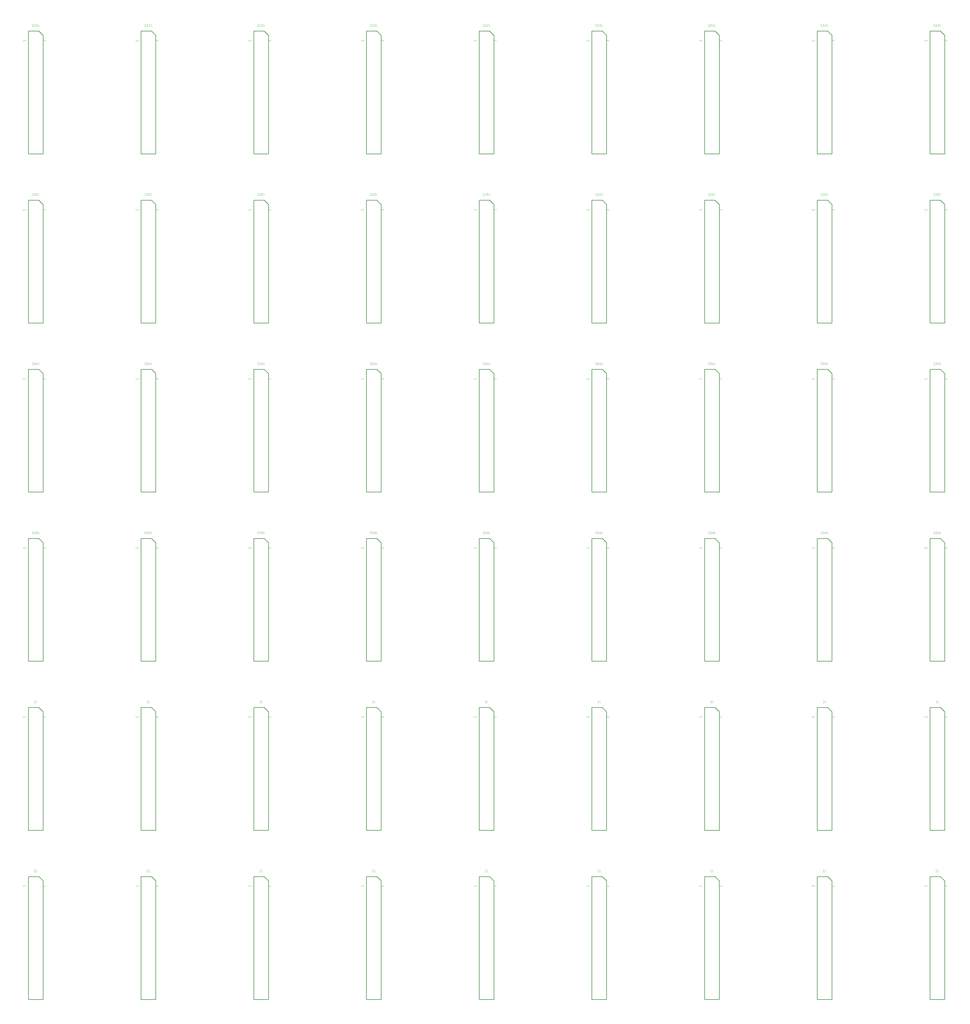
<source format=gbr>
%TF.GenerationSoftware,KiCad,Pcbnew,(5.1.9-0-10_14)*%
%TF.CreationDate,2021-05-26T15:42:51-04:00*%
%TF.ProjectId,backplane,6261636b-706c-4616-9e65-2e6b69636164,rev?*%
%TF.SameCoordinates,Original*%
%TF.FileFunction,Legend,Bot*%
%TF.FilePolarity,Positive*%
%FSLAX46Y46*%
G04 Gerber Fmt 4.6, Leading zero omitted, Abs format (unit mm)*
G04 Created by KiCad (PCBNEW (5.1.9-0-10_14)) date 2021-05-26 15:42:51*
%MOMM*%
%LPD*%
G01*
G04 APERTURE LIST*
%ADD10C,0.250000*%
%ADD11C,0.015000*%
G04 APERTURE END LIST*
D10*
%TO.C,J102*%
X548200000Y-65250000D02*
X554800000Y-65250000D01*
X548200000Y-10250000D02*
X548200000Y-65250000D01*
X552900000Y-10250000D02*
X548200000Y-10250000D01*
X554800000Y-12150000D02*
X552900000Y-10250000D01*
X554800000Y-65250000D02*
X554800000Y-12150000D01*
%TO.C,J402*%
X548200000Y-216750000D02*
X554800000Y-216750000D01*
X548200000Y-161750000D02*
X548200000Y-216750000D01*
X552900000Y-161750000D02*
X548200000Y-161750000D01*
X554800000Y-163650000D02*
X552900000Y-161750000D01*
X554800000Y-216750000D02*
X554800000Y-163650000D01*
%TO.C,J602*%
X554800000Y-292500000D02*
X554800000Y-239400000D01*
X554800000Y-239400000D02*
X552900000Y-237500000D01*
X552900000Y-237500000D02*
X548200000Y-237500000D01*
X548200000Y-237500000D02*
X548200000Y-292500000D01*
X548200000Y-292500000D02*
X554800000Y-292500000D01*
%TO.C,J302*%
X554800000Y-141000000D02*
X554800000Y-87900000D01*
X554800000Y-87900000D02*
X552900000Y-86000000D01*
X552900000Y-86000000D02*
X548200000Y-86000000D01*
X548200000Y-86000000D02*
X548200000Y-141000000D01*
X548200000Y-141000000D02*
X554800000Y-141000000D01*
%TO.C,J1*%
X548200000Y-368250000D02*
X554800000Y-368250000D01*
X548200000Y-313250000D02*
X548200000Y-368250000D01*
X552900000Y-313250000D02*
X548200000Y-313250000D01*
X554800000Y-315150000D02*
X552900000Y-313250000D01*
X554800000Y-368250000D02*
X554800000Y-315150000D01*
%TO.C,J2*%
X554800000Y-444000000D02*
X554800000Y-390900000D01*
X554800000Y-390900000D02*
X552900000Y-389000000D01*
X552900000Y-389000000D02*
X548200000Y-389000000D01*
X548200000Y-389000000D02*
X548200000Y-444000000D01*
X548200000Y-444000000D02*
X554800000Y-444000000D01*
%TO.C,J102*%
X396700000Y-65250000D02*
X403300000Y-65250000D01*
X396700000Y-10250000D02*
X396700000Y-65250000D01*
X401400000Y-10250000D02*
X396700000Y-10250000D01*
X403300000Y-12150000D02*
X401400000Y-10250000D01*
X403300000Y-65250000D02*
X403300000Y-12150000D01*
%TO.C,J302*%
X403300000Y-141000000D02*
X403300000Y-87900000D01*
X403300000Y-87900000D02*
X401400000Y-86000000D01*
X401400000Y-86000000D02*
X396700000Y-86000000D01*
X396700000Y-86000000D02*
X396700000Y-141000000D01*
X396700000Y-141000000D02*
X403300000Y-141000000D01*
%TO.C,J402*%
X352800000Y-216750000D02*
X352800000Y-163650000D01*
X352800000Y-163650000D02*
X350900000Y-161750000D01*
X350900000Y-161750000D02*
X346200000Y-161750000D01*
X346200000Y-161750000D02*
X346200000Y-216750000D01*
X346200000Y-216750000D02*
X352800000Y-216750000D01*
%TO.C,J602*%
X346200000Y-292500000D02*
X352800000Y-292500000D01*
X346200000Y-237500000D02*
X346200000Y-292500000D01*
X350900000Y-237500000D02*
X346200000Y-237500000D01*
X352800000Y-239400000D02*
X350900000Y-237500000D01*
X352800000Y-292500000D02*
X352800000Y-239400000D01*
%TO.C,J102*%
X352800000Y-65250000D02*
X352800000Y-12150000D01*
X352800000Y-12150000D02*
X350900000Y-10250000D01*
X350900000Y-10250000D02*
X346200000Y-10250000D01*
X346200000Y-10250000D02*
X346200000Y-65250000D01*
X346200000Y-65250000D02*
X352800000Y-65250000D01*
%TO.C,J302*%
X346200000Y-141000000D02*
X352800000Y-141000000D01*
X346200000Y-86000000D02*
X346200000Y-141000000D01*
X350900000Y-86000000D02*
X346200000Y-86000000D01*
X352800000Y-87900000D02*
X350900000Y-86000000D01*
X352800000Y-141000000D02*
X352800000Y-87900000D01*
%TO.C,J402*%
X396700000Y-216750000D02*
X403300000Y-216750000D01*
X396700000Y-161750000D02*
X396700000Y-216750000D01*
X401400000Y-161750000D02*
X396700000Y-161750000D01*
X403300000Y-163650000D02*
X401400000Y-161750000D01*
X403300000Y-216750000D02*
X403300000Y-163650000D01*
%TO.C,J602*%
X403300000Y-292500000D02*
X403300000Y-239400000D01*
X403300000Y-239400000D02*
X401400000Y-237500000D01*
X401400000Y-237500000D02*
X396700000Y-237500000D01*
X396700000Y-237500000D02*
X396700000Y-292500000D01*
X396700000Y-292500000D02*
X403300000Y-292500000D01*
%TO.C,J2*%
X346200000Y-444000000D02*
X352800000Y-444000000D01*
X346200000Y-389000000D02*
X346200000Y-444000000D01*
X350900000Y-389000000D02*
X346200000Y-389000000D01*
X352800000Y-390900000D02*
X350900000Y-389000000D01*
X352800000Y-444000000D02*
X352800000Y-390900000D01*
%TO.C,J1*%
X352800000Y-368250000D02*
X352800000Y-315150000D01*
X352800000Y-315150000D02*
X350900000Y-313250000D01*
X350900000Y-313250000D02*
X346200000Y-313250000D01*
X346200000Y-313250000D02*
X346200000Y-368250000D01*
X346200000Y-368250000D02*
X352800000Y-368250000D01*
%TO.C,J102*%
X447200000Y-65250000D02*
X453800000Y-65250000D01*
X447200000Y-10250000D02*
X447200000Y-65250000D01*
X451900000Y-10250000D02*
X447200000Y-10250000D01*
X453800000Y-12150000D02*
X451900000Y-10250000D01*
X453800000Y-65250000D02*
X453800000Y-12150000D01*
%TO.C,J302*%
X453800000Y-141000000D02*
X453800000Y-87900000D01*
X453800000Y-87900000D02*
X451900000Y-86000000D01*
X451900000Y-86000000D02*
X447200000Y-86000000D01*
X447200000Y-86000000D02*
X447200000Y-141000000D01*
X447200000Y-141000000D02*
X453800000Y-141000000D01*
%TO.C,J402*%
X504300000Y-216750000D02*
X504300000Y-163650000D01*
X504300000Y-163650000D02*
X502400000Y-161750000D01*
X502400000Y-161750000D02*
X497700000Y-161750000D01*
X497700000Y-161750000D02*
X497700000Y-216750000D01*
X497700000Y-216750000D02*
X504300000Y-216750000D01*
%TO.C,J602*%
X497700000Y-292500000D02*
X504300000Y-292500000D01*
X497700000Y-237500000D02*
X497700000Y-292500000D01*
X502400000Y-237500000D02*
X497700000Y-237500000D01*
X504300000Y-239400000D02*
X502400000Y-237500000D01*
X504300000Y-292500000D02*
X504300000Y-239400000D01*
%TO.C,J102*%
X504300000Y-65250000D02*
X504300000Y-12150000D01*
X504300000Y-12150000D02*
X502400000Y-10250000D01*
X502400000Y-10250000D02*
X497700000Y-10250000D01*
X497700000Y-10250000D02*
X497700000Y-65250000D01*
X497700000Y-65250000D02*
X504300000Y-65250000D01*
%TO.C,J302*%
X497700000Y-141000000D02*
X504300000Y-141000000D01*
X497700000Y-86000000D02*
X497700000Y-141000000D01*
X502400000Y-86000000D02*
X497700000Y-86000000D01*
X504300000Y-87900000D02*
X502400000Y-86000000D01*
X504300000Y-141000000D02*
X504300000Y-87900000D01*
%TO.C,J402*%
X447200000Y-216750000D02*
X453800000Y-216750000D01*
X447200000Y-161750000D02*
X447200000Y-216750000D01*
X451900000Y-161750000D02*
X447200000Y-161750000D01*
X453800000Y-163650000D02*
X451900000Y-161750000D01*
X453800000Y-216750000D02*
X453800000Y-163650000D01*
%TO.C,J602*%
X453800000Y-292500000D02*
X453800000Y-239400000D01*
X453800000Y-239400000D02*
X451900000Y-237500000D01*
X451900000Y-237500000D02*
X447200000Y-237500000D01*
X447200000Y-237500000D02*
X447200000Y-292500000D01*
X447200000Y-292500000D02*
X453800000Y-292500000D01*
%TO.C,J1*%
X504300000Y-368250000D02*
X504300000Y-315150000D01*
X504300000Y-315150000D02*
X502400000Y-313250000D01*
X502400000Y-313250000D02*
X497700000Y-313250000D01*
X497700000Y-313250000D02*
X497700000Y-368250000D01*
X497700000Y-368250000D02*
X504300000Y-368250000D01*
%TO.C,J2*%
X453800000Y-444000000D02*
X453800000Y-390900000D01*
X453800000Y-390900000D02*
X451900000Y-389000000D01*
X451900000Y-389000000D02*
X447200000Y-389000000D01*
X447200000Y-389000000D02*
X447200000Y-444000000D01*
X447200000Y-444000000D02*
X453800000Y-444000000D01*
%TO.C,J1*%
X447200000Y-368250000D02*
X453800000Y-368250000D01*
X447200000Y-313250000D02*
X447200000Y-368250000D01*
X451900000Y-313250000D02*
X447200000Y-313250000D01*
X453800000Y-315150000D02*
X451900000Y-313250000D01*
X453800000Y-368250000D02*
X453800000Y-315150000D01*
%TO.C,J2*%
X497700000Y-444000000D02*
X504300000Y-444000000D01*
X497700000Y-389000000D02*
X497700000Y-444000000D01*
X502400000Y-389000000D02*
X497700000Y-389000000D01*
X504300000Y-390900000D02*
X502400000Y-389000000D01*
X504300000Y-444000000D02*
X504300000Y-390900000D01*
X403300000Y-444000000D02*
X403300000Y-390900000D01*
X403300000Y-390900000D02*
X401400000Y-389000000D01*
X401400000Y-389000000D02*
X396700000Y-389000000D01*
X396700000Y-389000000D02*
X396700000Y-444000000D01*
X396700000Y-444000000D02*
X403300000Y-444000000D01*
%TO.C,J1*%
X396700000Y-368250000D02*
X403300000Y-368250000D01*
X396700000Y-313250000D02*
X396700000Y-368250000D01*
X401400000Y-313250000D02*
X396700000Y-313250000D01*
X403300000Y-315150000D02*
X401400000Y-313250000D01*
X403300000Y-368250000D02*
X403300000Y-315150000D01*
%TO.C,J102*%
X295700000Y-65250000D02*
X302300000Y-65250000D01*
X295700000Y-10250000D02*
X295700000Y-65250000D01*
X300400000Y-10250000D02*
X295700000Y-10250000D01*
X302300000Y-12150000D02*
X300400000Y-10250000D01*
X302300000Y-65250000D02*
X302300000Y-12150000D01*
%TO.C,J302*%
X302300000Y-141000000D02*
X302300000Y-87900000D01*
X302300000Y-87900000D02*
X300400000Y-86000000D01*
X300400000Y-86000000D02*
X295700000Y-86000000D01*
X295700000Y-86000000D02*
X295700000Y-141000000D01*
X295700000Y-141000000D02*
X302300000Y-141000000D01*
%TO.C,J402*%
X251800000Y-216750000D02*
X251800000Y-163650000D01*
X251800000Y-163650000D02*
X249900000Y-161750000D01*
X249900000Y-161750000D02*
X245200000Y-161750000D01*
X245200000Y-161750000D02*
X245200000Y-216750000D01*
X245200000Y-216750000D02*
X251800000Y-216750000D01*
%TO.C,J602*%
X245200000Y-292500000D02*
X251800000Y-292500000D01*
X245200000Y-237500000D02*
X245200000Y-292500000D01*
X249900000Y-237500000D02*
X245200000Y-237500000D01*
X251800000Y-239400000D02*
X249900000Y-237500000D01*
X251800000Y-292500000D02*
X251800000Y-239400000D01*
%TO.C,J102*%
X251800000Y-65250000D02*
X251800000Y-12150000D01*
X251800000Y-12150000D02*
X249900000Y-10250000D01*
X249900000Y-10250000D02*
X245200000Y-10250000D01*
X245200000Y-10250000D02*
X245200000Y-65250000D01*
X245200000Y-65250000D02*
X251800000Y-65250000D01*
%TO.C,J302*%
X245200000Y-141000000D02*
X251800000Y-141000000D01*
X245200000Y-86000000D02*
X245200000Y-141000000D01*
X249900000Y-86000000D02*
X245200000Y-86000000D01*
X251800000Y-87900000D02*
X249900000Y-86000000D01*
X251800000Y-141000000D02*
X251800000Y-87900000D01*
%TO.C,J402*%
X295700000Y-216750000D02*
X302300000Y-216750000D01*
X295700000Y-161750000D02*
X295700000Y-216750000D01*
X300400000Y-161750000D02*
X295700000Y-161750000D01*
X302300000Y-163650000D02*
X300400000Y-161750000D01*
X302300000Y-216750000D02*
X302300000Y-163650000D01*
%TO.C,J602*%
X302300000Y-292500000D02*
X302300000Y-239400000D01*
X302300000Y-239400000D02*
X300400000Y-237500000D01*
X300400000Y-237500000D02*
X295700000Y-237500000D01*
X295700000Y-237500000D02*
X295700000Y-292500000D01*
X295700000Y-292500000D02*
X302300000Y-292500000D01*
%TO.C,J2*%
X245200000Y-444000000D02*
X251800000Y-444000000D01*
X245200000Y-389000000D02*
X245200000Y-444000000D01*
X249900000Y-389000000D02*
X245200000Y-389000000D01*
X251800000Y-390900000D02*
X249900000Y-389000000D01*
X251800000Y-444000000D02*
X251800000Y-390900000D01*
%TO.C,J1*%
X251800000Y-368250000D02*
X251800000Y-315150000D01*
X251800000Y-315150000D02*
X249900000Y-313250000D01*
X249900000Y-313250000D02*
X245200000Y-313250000D01*
X245200000Y-313250000D02*
X245200000Y-368250000D01*
X245200000Y-368250000D02*
X251800000Y-368250000D01*
%TO.C,J2*%
X302300000Y-444000000D02*
X302300000Y-390900000D01*
X302300000Y-390900000D02*
X300400000Y-389000000D01*
X300400000Y-389000000D02*
X295700000Y-389000000D01*
X295700000Y-389000000D02*
X295700000Y-444000000D01*
X295700000Y-444000000D02*
X302300000Y-444000000D01*
%TO.C,J1*%
X295700000Y-368250000D02*
X302300000Y-368250000D01*
X295700000Y-313250000D02*
X295700000Y-368250000D01*
X300400000Y-313250000D02*
X295700000Y-313250000D01*
X302300000Y-315150000D02*
X300400000Y-313250000D01*
X302300000Y-368250000D02*
X302300000Y-315150000D01*
%TO.C,J402*%
X201300000Y-216750000D02*
X201300000Y-163650000D01*
X201300000Y-163650000D02*
X199400000Y-161750000D01*
X199400000Y-161750000D02*
X194700000Y-161750000D01*
X194700000Y-161750000D02*
X194700000Y-216750000D01*
X194700000Y-216750000D02*
X201300000Y-216750000D01*
%TO.C,J602*%
X194700000Y-292500000D02*
X201300000Y-292500000D01*
X194700000Y-237500000D02*
X194700000Y-292500000D01*
X199400000Y-237500000D02*
X194700000Y-237500000D01*
X201300000Y-239400000D02*
X199400000Y-237500000D01*
X201300000Y-292500000D02*
X201300000Y-239400000D01*
%TO.C,J102*%
X201300000Y-65250000D02*
X201300000Y-12150000D01*
X201300000Y-12150000D02*
X199400000Y-10250000D01*
X199400000Y-10250000D02*
X194700000Y-10250000D01*
X194700000Y-10250000D02*
X194700000Y-65250000D01*
X194700000Y-65250000D02*
X201300000Y-65250000D01*
%TO.C,J302*%
X194700000Y-141000000D02*
X201300000Y-141000000D01*
X194700000Y-86000000D02*
X194700000Y-141000000D01*
X199400000Y-86000000D02*
X194700000Y-86000000D01*
X201300000Y-87900000D02*
X199400000Y-86000000D01*
X201300000Y-141000000D02*
X201300000Y-87900000D01*
%TO.C,J2*%
X194700000Y-444000000D02*
X201300000Y-444000000D01*
X194700000Y-389000000D02*
X194700000Y-444000000D01*
X199400000Y-389000000D02*
X194700000Y-389000000D01*
X201300000Y-390900000D02*
X199400000Y-389000000D01*
X201300000Y-444000000D02*
X201300000Y-390900000D01*
%TO.C,J1*%
X201300000Y-368250000D02*
X201300000Y-315150000D01*
X201300000Y-315150000D02*
X199400000Y-313250000D01*
X199400000Y-313250000D02*
X194700000Y-313250000D01*
X194700000Y-313250000D02*
X194700000Y-368250000D01*
X194700000Y-368250000D02*
X201300000Y-368250000D01*
%TO.C,J2*%
X150800000Y-444000000D02*
X150800000Y-390900000D01*
X150800000Y-390900000D02*
X148900000Y-389000000D01*
X148900000Y-389000000D02*
X144200000Y-389000000D01*
X144200000Y-389000000D02*
X144200000Y-444000000D01*
X144200000Y-444000000D02*
X150800000Y-444000000D01*
%TO.C,J1*%
X144200000Y-368250000D02*
X150800000Y-368250000D01*
X144200000Y-313250000D02*
X144200000Y-368250000D01*
X148900000Y-313250000D02*
X144200000Y-313250000D01*
X150800000Y-315150000D02*
X148900000Y-313250000D01*
X150800000Y-368250000D02*
X150800000Y-315150000D01*
%TO.C,J602*%
X150800000Y-292500000D02*
X150800000Y-239400000D01*
X150800000Y-239400000D02*
X148900000Y-237500000D01*
X148900000Y-237500000D02*
X144200000Y-237500000D01*
X144200000Y-237500000D02*
X144200000Y-292500000D01*
X144200000Y-292500000D02*
X150800000Y-292500000D01*
%TO.C,J102*%
X144200000Y-65250000D02*
X150800000Y-65250000D01*
X144200000Y-10250000D02*
X144200000Y-65250000D01*
X148900000Y-10250000D02*
X144200000Y-10250000D01*
X150800000Y-12150000D02*
X148900000Y-10250000D01*
X150800000Y-65250000D02*
X150800000Y-12150000D01*
%TO.C,J302*%
X150800000Y-141000000D02*
X150800000Y-87900000D01*
X150800000Y-87900000D02*
X148900000Y-86000000D01*
X148900000Y-86000000D02*
X144200000Y-86000000D01*
X144200000Y-86000000D02*
X144200000Y-141000000D01*
X144200000Y-141000000D02*
X150800000Y-141000000D01*
%TO.C,J402*%
X144200000Y-216750000D02*
X150800000Y-216750000D01*
X144200000Y-161750000D02*
X144200000Y-216750000D01*
X148900000Y-161750000D02*
X144200000Y-161750000D01*
X150800000Y-163650000D02*
X148900000Y-161750000D01*
X150800000Y-216750000D02*
X150800000Y-163650000D01*
%TO.C,J102*%
D11*
X552785855Y-7202320D02*
X552785855Y-7916685D01*
X552833480Y-8059557D01*
X552928728Y-8154806D01*
X553071601Y-8202430D01*
X553166850Y-8202430D01*
X551785745Y-8202430D02*
X552357237Y-8202430D01*
X552071491Y-8202430D02*
X552071491Y-7202320D01*
X552166740Y-7345193D01*
X552261988Y-7440442D01*
X552357237Y-7488066D01*
X551166630Y-7202320D02*
X551071381Y-7202320D01*
X550976132Y-7249945D01*
X550928508Y-7297569D01*
X550880884Y-7392817D01*
X550833260Y-7583315D01*
X550833260Y-7821436D01*
X550880884Y-8011933D01*
X550928508Y-8107182D01*
X550976132Y-8154806D01*
X551071381Y-8202430D01*
X551166630Y-8202430D01*
X551261878Y-8154806D01*
X551309502Y-8107182D01*
X551357127Y-8011933D01*
X551404751Y-7821436D01*
X551404751Y-7583315D01*
X551357127Y-7392817D01*
X551309502Y-7297569D01*
X551261878Y-7249945D01*
X551166630Y-7202320D01*
X550452265Y-7297569D02*
X550404641Y-7249945D01*
X550309392Y-7202320D01*
X550071271Y-7202320D01*
X549976022Y-7249945D01*
X549928398Y-7297569D01*
X549880774Y-7392817D01*
X549880774Y-7488066D01*
X549928398Y-7630939D01*
X550499890Y-8202430D01*
X549880774Y-8202430D01*
X555762649Y-14794232D02*
X555762649Y-14222767D01*
X555762649Y-14508500D02*
X554762586Y-14508500D01*
X554905452Y-14413255D01*
X555000696Y-14318011D01*
X555048318Y-14222767D01*
X545960769Y-14195132D02*
X545913092Y-14242810D01*
X545865414Y-14338166D01*
X545865414Y-14576555D01*
X545913092Y-14671911D01*
X545960769Y-14719589D01*
X546056125Y-14767267D01*
X546151481Y-14767267D01*
X546294515Y-14719589D01*
X546866650Y-14147454D01*
X546866650Y-14767267D01*
%TO.C,J402*%
X552785855Y-158702320D02*
X552785855Y-159416685D01*
X552833480Y-159559557D01*
X552928728Y-159654806D01*
X553071601Y-159702430D01*
X553166850Y-159702430D01*
X551880994Y-159035690D02*
X551880994Y-159702430D01*
X552119115Y-158654696D02*
X552357237Y-159369060D01*
X551738121Y-159369060D01*
X551166630Y-158702320D02*
X551071381Y-158702320D01*
X550976132Y-158749945D01*
X550928508Y-158797569D01*
X550880884Y-158892817D01*
X550833260Y-159083315D01*
X550833260Y-159321436D01*
X550880884Y-159511933D01*
X550928508Y-159607182D01*
X550976132Y-159654806D01*
X551071381Y-159702430D01*
X551166630Y-159702430D01*
X551261878Y-159654806D01*
X551309502Y-159607182D01*
X551357127Y-159511933D01*
X551404751Y-159321436D01*
X551404751Y-159083315D01*
X551357127Y-158892817D01*
X551309502Y-158797569D01*
X551261878Y-158749945D01*
X551166630Y-158702320D01*
X550452265Y-158797569D02*
X550404641Y-158749945D01*
X550309392Y-158702320D01*
X550071271Y-158702320D01*
X549976022Y-158749945D01*
X549928398Y-158797569D01*
X549880774Y-158892817D01*
X549880774Y-158988066D01*
X549928398Y-159130939D01*
X550499890Y-159702430D01*
X549880774Y-159702430D01*
X555762649Y-166294232D02*
X555762649Y-165722767D01*
X555762649Y-166008500D02*
X554762586Y-166008500D01*
X554905452Y-165913255D01*
X555000696Y-165818011D01*
X555048318Y-165722767D01*
X545960769Y-165695132D02*
X545913092Y-165742810D01*
X545865414Y-165838166D01*
X545865414Y-166076555D01*
X545913092Y-166171911D01*
X545960769Y-166219589D01*
X546056125Y-166267267D01*
X546151481Y-166267267D01*
X546294515Y-166219589D01*
X546866650Y-165647454D01*
X546866650Y-166267267D01*
%TO.C,J602*%
X552785855Y-234452320D02*
X552785855Y-235166685D01*
X552833480Y-235309557D01*
X552928728Y-235404806D01*
X553071601Y-235452430D01*
X553166850Y-235452430D01*
X551880994Y-234452320D02*
X552071491Y-234452320D01*
X552166740Y-234499945D01*
X552214364Y-234547569D01*
X552309612Y-234690442D01*
X552357237Y-234880939D01*
X552357237Y-235261933D01*
X552309612Y-235357182D01*
X552261988Y-235404806D01*
X552166740Y-235452430D01*
X551976242Y-235452430D01*
X551880994Y-235404806D01*
X551833370Y-235357182D01*
X551785745Y-235261933D01*
X551785745Y-235023812D01*
X551833370Y-234928563D01*
X551880994Y-234880939D01*
X551976242Y-234833315D01*
X552166740Y-234833315D01*
X552261988Y-234880939D01*
X552309612Y-234928563D01*
X552357237Y-235023812D01*
X551166630Y-234452320D02*
X551071381Y-234452320D01*
X550976132Y-234499945D01*
X550928508Y-234547569D01*
X550880884Y-234642817D01*
X550833260Y-234833315D01*
X550833260Y-235071436D01*
X550880884Y-235261933D01*
X550928508Y-235357182D01*
X550976132Y-235404806D01*
X551071381Y-235452430D01*
X551166630Y-235452430D01*
X551261878Y-235404806D01*
X551309502Y-235357182D01*
X551357127Y-235261933D01*
X551404751Y-235071436D01*
X551404751Y-234833315D01*
X551357127Y-234642817D01*
X551309502Y-234547569D01*
X551261878Y-234499945D01*
X551166630Y-234452320D01*
X550452265Y-234547569D02*
X550404641Y-234499945D01*
X550309392Y-234452320D01*
X550071271Y-234452320D01*
X549976022Y-234499945D01*
X549928398Y-234547569D01*
X549880774Y-234642817D01*
X549880774Y-234738066D01*
X549928398Y-234880939D01*
X550499890Y-235452430D01*
X549880774Y-235452430D01*
X545960769Y-241445132D02*
X545913092Y-241492810D01*
X545865414Y-241588166D01*
X545865414Y-241826555D01*
X545913092Y-241921911D01*
X545960769Y-241969589D01*
X546056125Y-242017267D01*
X546151481Y-242017267D01*
X546294515Y-241969589D01*
X546866650Y-241397454D01*
X546866650Y-242017267D01*
X555762649Y-242044232D02*
X555762649Y-241472767D01*
X555762649Y-241758500D02*
X554762586Y-241758500D01*
X554905452Y-241663255D01*
X555000696Y-241568011D01*
X555048318Y-241472767D01*
%TO.C,J302*%
X552785855Y-82952320D02*
X552785855Y-83666685D01*
X552833480Y-83809557D01*
X552928728Y-83904806D01*
X553071601Y-83952430D01*
X553166850Y-83952430D01*
X552404861Y-82952320D02*
X551785745Y-82952320D01*
X552119115Y-83333315D01*
X551976242Y-83333315D01*
X551880994Y-83380939D01*
X551833370Y-83428563D01*
X551785745Y-83523812D01*
X551785745Y-83761933D01*
X551833370Y-83857182D01*
X551880994Y-83904806D01*
X551976242Y-83952430D01*
X552261988Y-83952430D01*
X552357237Y-83904806D01*
X552404861Y-83857182D01*
X551166630Y-82952320D02*
X551071381Y-82952320D01*
X550976132Y-82999945D01*
X550928508Y-83047569D01*
X550880884Y-83142817D01*
X550833260Y-83333315D01*
X550833260Y-83571436D01*
X550880884Y-83761933D01*
X550928508Y-83857182D01*
X550976132Y-83904806D01*
X551071381Y-83952430D01*
X551166630Y-83952430D01*
X551261878Y-83904806D01*
X551309502Y-83857182D01*
X551357127Y-83761933D01*
X551404751Y-83571436D01*
X551404751Y-83333315D01*
X551357127Y-83142817D01*
X551309502Y-83047569D01*
X551261878Y-82999945D01*
X551166630Y-82952320D01*
X550452265Y-83047569D02*
X550404641Y-82999945D01*
X550309392Y-82952320D01*
X550071271Y-82952320D01*
X549976022Y-82999945D01*
X549928398Y-83047569D01*
X549880774Y-83142817D01*
X549880774Y-83238066D01*
X549928398Y-83380939D01*
X550499890Y-83952430D01*
X549880774Y-83952430D01*
X545960769Y-89945132D02*
X545913092Y-89992810D01*
X545865414Y-90088166D01*
X545865414Y-90326555D01*
X545913092Y-90421911D01*
X545960769Y-90469589D01*
X546056125Y-90517267D01*
X546151481Y-90517267D01*
X546294515Y-90469589D01*
X546866650Y-89897454D01*
X546866650Y-90517267D01*
X555762649Y-90544232D02*
X555762649Y-89972767D01*
X555762649Y-90258500D02*
X554762586Y-90258500D01*
X554905452Y-90163255D01*
X555000696Y-90068011D01*
X555048318Y-89972767D01*
%TO.C,J1*%
X551833370Y-310202320D02*
X551833370Y-310916685D01*
X551880994Y-311059557D01*
X551976242Y-311154806D01*
X552119115Y-311202430D01*
X552214364Y-311202430D01*
X550833260Y-311202430D02*
X551404751Y-311202430D01*
X551119005Y-311202430D02*
X551119005Y-310202320D01*
X551214254Y-310345193D01*
X551309502Y-310440442D01*
X551404751Y-310488066D01*
X555762649Y-317794232D02*
X555762649Y-317222767D01*
X555762649Y-317508500D02*
X554762586Y-317508500D01*
X554905452Y-317413255D01*
X555000696Y-317318011D01*
X555048318Y-317222767D01*
X545960769Y-317195132D02*
X545913092Y-317242810D01*
X545865414Y-317338166D01*
X545865414Y-317576555D01*
X545913092Y-317671911D01*
X545960769Y-317719589D01*
X546056125Y-317767267D01*
X546151481Y-317767267D01*
X546294515Y-317719589D01*
X546866650Y-317147454D01*
X546866650Y-317767267D01*
%TO.C,J2*%
X551833370Y-385952320D02*
X551833370Y-386666685D01*
X551880994Y-386809557D01*
X551976242Y-386904806D01*
X552119115Y-386952430D01*
X552214364Y-386952430D01*
X551404751Y-386047569D02*
X551357127Y-385999945D01*
X551261878Y-385952320D01*
X551023757Y-385952320D01*
X550928508Y-385999945D01*
X550880884Y-386047569D01*
X550833260Y-386142817D01*
X550833260Y-386238066D01*
X550880884Y-386380939D01*
X551452375Y-386952430D01*
X550833260Y-386952430D01*
X546866650Y-393517267D02*
X546914328Y-393469589D01*
X546962005Y-393374233D01*
X546962005Y-393135844D01*
X546914328Y-393040488D01*
X546866650Y-392992810D01*
X546771294Y-392945132D01*
X546675938Y-392945132D01*
X546532904Y-392992810D01*
X545960769Y-393564945D01*
X545960769Y-392945132D01*
X554857830Y-392972767D02*
X554857830Y-393544232D01*
X554857830Y-393258500D02*
X555857893Y-393258500D01*
X555715027Y-393353744D01*
X555619783Y-393448988D01*
X555572161Y-393544232D01*
%TO.C,J102*%
X401285855Y-7202320D02*
X401285855Y-7916685D01*
X401333480Y-8059557D01*
X401428728Y-8154806D01*
X401571601Y-8202430D01*
X401666850Y-8202430D01*
X400285745Y-8202430D02*
X400857237Y-8202430D01*
X400571491Y-8202430D02*
X400571491Y-7202320D01*
X400666740Y-7345193D01*
X400761988Y-7440442D01*
X400857237Y-7488066D01*
X399666630Y-7202320D02*
X399571381Y-7202320D01*
X399476132Y-7249945D01*
X399428508Y-7297569D01*
X399380884Y-7392817D01*
X399333260Y-7583315D01*
X399333260Y-7821436D01*
X399380884Y-8011933D01*
X399428508Y-8107182D01*
X399476132Y-8154806D01*
X399571381Y-8202430D01*
X399666630Y-8202430D01*
X399761878Y-8154806D01*
X399809502Y-8107182D01*
X399857127Y-8011933D01*
X399904751Y-7821436D01*
X399904751Y-7583315D01*
X399857127Y-7392817D01*
X399809502Y-7297569D01*
X399761878Y-7249945D01*
X399666630Y-7202320D01*
X398952265Y-7297569D02*
X398904641Y-7249945D01*
X398809392Y-7202320D01*
X398571271Y-7202320D01*
X398476022Y-7249945D01*
X398428398Y-7297569D01*
X398380774Y-7392817D01*
X398380774Y-7488066D01*
X398428398Y-7630939D01*
X398999890Y-8202430D01*
X398380774Y-8202430D01*
X404262649Y-14794232D02*
X404262649Y-14222767D01*
X404262649Y-14508500D02*
X403262586Y-14508500D01*
X403405452Y-14413255D01*
X403500696Y-14318011D01*
X403548318Y-14222767D01*
X394460769Y-14195132D02*
X394413092Y-14242810D01*
X394365414Y-14338166D01*
X394365414Y-14576555D01*
X394413092Y-14671911D01*
X394460769Y-14719589D01*
X394556125Y-14767267D01*
X394651481Y-14767267D01*
X394794515Y-14719589D01*
X395366650Y-14147454D01*
X395366650Y-14767267D01*
%TO.C,J302*%
X401285855Y-82952320D02*
X401285855Y-83666685D01*
X401333480Y-83809557D01*
X401428728Y-83904806D01*
X401571601Y-83952430D01*
X401666850Y-83952430D01*
X400904861Y-82952320D02*
X400285745Y-82952320D01*
X400619115Y-83333315D01*
X400476242Y-83333315D01*
X400380994Y-83380939D01*
X400333370Y-83428563D01*
X400285745Y-83523812D01*
X400285745Y-83761933D01*
X400333370Y-83857182D01*
X400380994Y-83904806D01*
X400476242Y-83952430D01*
X400761988Y-83952430D01*
X400857237Y-83904806D01*
X400904861Y-83857182D01*
X399666630Y-82952320D02*
X399571381Y-82952320D01*
X399476132Y-82999945D01*
X399428508Y-83047569D01*
X399380884Y-83142817D01*
X399333260Y-83333315D01*
X399333260Y-83571436D01*
X399380884Y-83761933D01*
X399428508Y-83857182D01*
X399476132Y-83904806D01*
X399571381Y-83952430D01*
X399666630Y-83952430D01*
X399761878Y-83904806D01*
X399809502Y-83857182D01*
X399857127Y-83761933D01*
X399904751Y-83571436D01*
X399904751Y-83333315D01*
X399857127Y-83142817D01*
X399809502Y-83047569D01*
X399761878Y-82999945D01*
X399666630Y-82952320D01*
X398952265Y-83047569D02*
X398904641Y-82999945D01*
X398809392Y-82952320D01*
X398571271Y-82952320D01*
X398476022Y-82999945D01*
X398428398Y-83047569D01*
X398380774Y-83142817D01*
X398380774Y-83238066D01*
X398428398Y-83380939D01*
X398999890Y-83952430D01*
X398380774Y-83952430D01*
X394460769Y-89945132D02*
X394413092Y-89992810D01*
X394365414Y-90088166D01*
X394365414Y-90326555D01*
X394413092Y-90421911D01*
X394460769Y-90469589D01*
X394556125Y-90517267D01*
X394651481Y-90517267D01*
X394794515Y-90469589D01*
X395366650Y-89897454D01*
X395366650Y-90517267D01*
X404262649Y-90544232D02*
X404262649Y-89972767D01*
X404262649Y-90258500D02*
X403262586Y-90258500D01*
X403405452Y-90163255D01*
X403500696Y-90068011D01*
X403548318Y-89972767D01*
%TO.C,J402*%
X350785855Y-158702320D02*
X350785855Y-159416685D01*
X350833480Y-159559557D01*
X350928728Y-159654806D01*
X351071601Y-159702430D01*
X351166850Y-159702430D01*
X349880994Y-159035690D02*
X349880994Y-159702430D01*
X350119115Y-158654696D02*
X350357237Y-159369060D01*
X349738121Y-159369060D01*
X349166630Y-158702320D02*
X349071381Y-158702320D01*
X348976132Y-158749945D01*
X348928508Y-158797569D01*
X348880884Y-158892817D01*
X348833260Y-159083315D01*
X348833260Y-159321436D01*
X348880884Y-159511933D01*
X348928508Y-159607182D01*
X348976132Y-159654806D01*
X349071381Y-159702430D01*
X349166630Y-159702430D01*
X349261878Y-159654806D01*
X349309502Y-159607182D01*
X349357127Y-159511933D01*
X349404751Y-159321436D01*
X349404751Y-159083315D01*
X349357127Y-158892817D01*
X349309502Y-158797569D01*
X349261878Y-158749945D01*
X349166630Y-158702320D01*
X348452265Y-158797569D02*
X348404641Y-158749945D01*
X348309392Y-158702320D01*
X348071271Y-158702320D01*
X347976022Y-158749945D01*
X347928398Y-158797569D01*
X347880774Y-158892817D01*
X347880774Y-158988066D01*
X347928398Y-159130939D01*
X348499890Y-159702430D01*
X347880774Y-159702430D01*
X343960769Y-165695132D02*
X343913092Y-165742810D01*
X343865414Y-165838166D01*
X343865414Y-166076555D01*
X343913092Y-166171911D01*
X343960769Y-166219589D01*
X344056125Y-166267267D01*
X344151481Y-166267267D01*
X344294515Y-166219589D01*
X344866650Y-165647454D01*
X344866650Y-166267267D01*
X353762649Y-166294232D02*
X353762649Y-165722767D01*
X353762649Y-166008500D02*
X352762586Y-166008500D01*
X352905452Y-165913255D01*
X353000696Y-165818011D01*
X353048318Y-165722767D01*
%TO.C,J602*%
X350785855Y-234452320D02*
X350785855Y-235166685D01*
X350833480Y-235309557D01*
X350928728Y-235404806D01*
X351071601Y-235452430D01*
X351166850Y-235452430D01*
X349880994Y-234452320D02*
X350071491Y-234452320D01*
X350166740Y-234499945D01*
X350214364Y-234547569D01*
X350309612Y-234690442D01*
X350357237Y-234880939D01*
X350357237Y-235261933D01*
X350309612Y-235357182D01*
X350261988Y-235404806D01*
X350166740Y-235452430D01*
X349976242Y-235452430D01*
X349880994Y-235404806D01*
X349833370Y-235357182D01*
X349785745Y-235261933D01*
X349785745Y-235023812D01*
X349833370Y-234928563D01*
X349880994Y-234880939D01*
X349976242Y-234833315D01*
X350166740Y-234833315D01*
X350261988Y-234880939D01*
X350309612Y-234928563D01*
X350357237Y-235023812D01*
X349166630Y-234452320D02*
X349071381Y-234452320D01*
X348976132Y-234499945D01*
X348928508Y-234547569D01*
X348880884Y-234642817D01*
X348833260Y-234833315D01*
X348833260Y-235071436D01*
X348880884Y-235261933D01*
X348928508Y-235357182D01*
X348976132Y-235404806D01*
X349071381Y-235452430D01*
X349166630Y-235452430D01*
X349261878Y-235404806D01*
X349309502Y-235357182D01*
X349357127Y-235261933D01*
X349404751Y-235071436D01*
X349404751Y-234833315D01*
X349357127Y-234642817D01*
X349309502Y-234547569D01*
X349261878Y-234499945D01*
X349166630Y-234452320D01*
X348452265Y-234547569D02*
X348404641Y-234499945D01*
X348309392Y-234452320D01*
X348071271Y-234452320D01*
X347976022Y-234499945D01*
X347928398Y-234547569D01*
X347880774Y-234642817D01*
X347880774Y-234738066D01*
X347928398Y-234880939D01*
X348499890Y-235452430D01*
X347880774Y-235452430D01*
X353762649Y-242044232D02*
X353762649Y-241472767D01*
X353762649Y-241758500D02*
X352762586Y-241758500D01*
X352905452Y-241663255D01*
X353000696Y-241568011D01*
X353048318Y-241472767D01*
X343960769Y-241445132D02*
X343913092Y-241492810D01*
X343865414Y-241588166D01*
X343865414Y-241826555D01*
X343913092Y-241921911D01*
X343960769Y-241969589D01*
X344056125Y-242017267D01*
X344151481Y-242017267D01*
X344294515Y-241969589D01*
X344866650Y-241397454D01*
X344866650Y-242017267D01*
%TO.C,J102*%
X350785855Y-7202320D02*
X350785855Y-7916685D01*
X350833480Y-8059557D01*
X350928728Y-8154806D01*
X351071601Y-8202430D01*
X351166850Y-8202430D01*
X349785745Y-8202430D02*
X350357237Y-8202430D01*
X350071491Y-8202430D02*
X350071491Y-7202320D01*
X350166740Y-7345193D01*
X350261988Y-7440442D01*
X350357237Y-7488066D01*
X349166630Y-7202320D02*
X349071381Y-7202320D01*
X348976132Y-7249945D01*
X348928508Y-7297569D01*
X348880884Y-7392817D01*
X348833260Y-7583315D01*
X348833260Y-7821436D01*
X348880884Y-8011933D01*
X348928508Y-8107182D01*
X348976132Y-8154806D01*
X349071381Y-8202430D01*
X349166630Y-8202430D01*
X349261878Y-8154806D01*
X349309502Y-8107182D01*
X349357127Y-8011933D01*
X349404751Y-7821436D01*
X349404751Y-7583315D01*
X349357127Y-7392817D01*
X349309502Y-7297569D01*
X349261878Y-7249945D01*
X349166630Y-7202320D01*
X348452265Y-7297569D02*
X348404641Y-7249945D01*
X348309392Y-7202320D01*
X348071271Y-7202320D01*
X347976022Y-7249945D01*
X347928398Y-7297569D01*
X347880774Y-7392817D01*
X347880774Y-7488066D01*
X347928398Y-7630939D01*
X348499890Y-8202430D01*
X347880774Y-8202430D01*
X343960769Y-14195132D02*
X343913092Y-14242810D01*
X343865414Y-14338166D01*
X343865414Y-14576555D01*
X343913092Y-14671911D01*
X343960769Y-14719589D01*
X344056125Y-14767267D01*
X344151481Y-14767267D01*
X344294515Y-14719589D01*
X344866650Y-14147454D01*
X344866650Y-14767267D01*
X353762649Y-14794232D02*
X353762649Y-14222767D01*
X353762649Y-14508500D02*
X352762586Y-14508500D01*
X352905452Y-14413255D01*
X353000696Y-14318011D01*
X353048318Y-14222767D01*
%TO.C,J302*%
X350785855Y-82952320D02*
X350785855Y-83666685D01*
X350833480Y-83809557D01*
X350928728Y-83904806D01*
X351071601Y-83952430D01*
X351166850Y-83952430D01*
X350404861Y-82952320D02*
X349785745Y-82952320D01*
X350119115Y-83333315D01*
X349976242Y-83333315D01*
X349880994Y-83380939D01*
X349833370Y-83428563D01*
X349785745Y-83523812D01*
X349785745Y-83761933D01*
X349833370Y-83857182D01*
X349880994Y-83904806D01*
X349976242Y-83952430D01*
X350261988Y-83952430D01*
X350357237Y-83904806D01*
X350404861Y-83857182D01*
X349166630Y-82952320D02*
X349071381Y-82952320D01*
X348976132Y-82999945D01*
X348928508Y-83047569D01*
X348880884Y-83142817D01*
X348833260Y-83333315D01*
X348833260Y-83571436D01*
X348880884Y-83761933D01*
X348928508Y-83857182D01*
X348976132Y-83904806D01*
X349071381Y-83952430D01*
X349166630Y-83952430D01*
X349261878Y-83904806D01*
X349309502Y-83857182D01*
X349357127Y-83761933D01*
X349404751Y-83571436D01*
X349404751Y-83333315D01*
X349357127Y-83142817D01*
X349309502Y-83047569D01*
X349261878Y-82999945D01*
X349166630Y-82952320D01*
X348452265Y-83047569D02*
X348404641Y-82999945D01*
X348309392Y-82952320D01*
X348071271Y-82952320D01*
X347976022Y-82999945D01*
X347928398Y-83047569D01*
X347880774Y-83142817D01*
X347880774Y-83238066D01*
X347928398Y-83380939D01*
X348499890Y-83952430D01*
X347880774Y-83952430D01*
X353762649Y-90544232D02*
X353762649Y-89972767D01*
X353762649Y-90258500D02*
X352762586Y-90258500D01*
X352905452Y-90163255D01*
X353000696Y-90068011D01*
X353048318Y-89972767D01*
X343960769Y-89945132D02*
X343913092Y-89992810D01*
X343865414Y-90088166D01*
X343865414Y-90326555D01*
X343913092Y-90421911D01*
X343960769Y-90469589D01*
X344056125Y-90517267D01*
X344151481Y-90517267D01*
X344294515Y-90469589D01*
X344866650Y-89897454D01*
X344866650Y-90517267D01*
%TO.C,J402*%
X401285855Y-158702320D02*
X401285855Y-159416685D01*
X401333480Y-159559557D01*
X401428728Y-159654806D01*
X401571601Y-159702430D01*
X401666850Y-159702430D01*
X400380994Y-159035690D02*
X400380994Y-159702430D01*
X400619115Y-158654696D02*
X400857237Y-159369060D01*
X400238121Y-159369060D01*
X399666630Y-158702320D02*
X399571381Y-158702320D01*
X399476132Y-158749945D01*
X399428508Y-158797569D01*
X399380884Y-158892817D01*
X399333260Y-159083315D01*
X399333260Y-159321436D01*
X399380884Y-159511933D01*
X399428508Y-159607182D01*
X399476132Y-159654806D01*
X399571381Y-159702430D01*
X399666630Y-159702430D01*
X399761878Y-159654806D01*
X399809502Y-159607182D01*
X399857127Y-159511933D01*
X399904751Y-159321436D01*
X399904751Y-159083315D01*
X399857127Y-158892817D01*
X399809502Y-158797569D01*
X399761878Y-158749945D01*
X399666630Y-158702320D01*
X398952265Y-158797569D02*
X398904641Y-158749945D01*
X398809392Y-158702320D01*
X398571271Y-158702320D01*
X398476022Y-158749945D01*
X398428398Y-158797569D01*
X398380774Y-158892817D01*
X398380774Y-158988066D01*
X398428398Y-159130939D01*
X398999890Y-159702430D01*
X398380774Y-159702430D01*
X404262649Y-166294232D02*
X404262649Y-165722767D01*
X404262649Y-166008500D02*
X403262586Y-166008500D01*
X403405452Y-165913255D01*
X403500696Y-165818011D01*
X403548318Y-165722767D01*
X394460769Y-165695132D02*
X394413092Y-165742810D01*
X394365414Y-165838166D01*
X394365414Y-166076555D01*
X394413092Y-166171911D01*
X394460769Y-166219589D01*
X394556125Y-166267267D01*
X394651481Y-166267267D01*
X394794515Y-166219589D01*
X395366650Y-165647454D01*
X395366650Y-166267267D01*
%TO.C,J602*%
X401285855Y-234452320D02*
X401285855Y-235166685D01*
X401333480Y-235309557D01*
X401428728Y-235404806D01*
X401571601Y-235452430D01*
X401666850Y-235452430D01*
X400380994Y-234452320D02*
X400571491Y-234452320D01*
X400666740Y-234499945D01*
X400714364Y-234547569D01*
X400809612Y-234690442D01*
X400857237Y-234880939D01*
X400857237Y-235261933D01*
X400809612Y-235357182D01*
X400761988Y-235404806D01*
X400666740Y-235452430D01*
X400476242Y-235452430D01*
X400380994Y-235404806D01*
X400333370Y-235357182D01*
X400285745Y-235261933D01*
X400285745Y-235023812D01*
X400333370Y-234928563D01*
X400380994Y-234880939D01*
X400476242Y-234833315D01*
X400666740Y-234833315D01*
X400761988Y-234880939D01*
X400809612Y-234928563D01*
X400857237Y-235023812D01*
X399666630Y-234452320D02*
X399571381Y-234452320D01*
X399476132Y-234499945D01*
X399428508Y-234547569D01*
X399380884Y-234642817D01*
X399333260Y-234833315D01*
X399333260Y-235071436D01*
X399380884Y-235261933D01*
X399428508Y-235357182D01*
X399476132Y-235404806D01*
X399571381Y-235452430D01*
X399666630Y-235452430D01*
X399761878Y-235404806D01*
X399809502Y-235357182D01*
X399857127Y-235261933D01*
X399904751Y-235071436D01*
X399904751Y-234833315D01*
X399857127Y-234642817D01*
X399809502Y-234547569D01*
X399761878Y-234499945D01*
X399666630Y-234452320D01*
X398952265Y-234547569D02*
X398904641Y-234499945D01*
X398809392Y-234452320D01*
X398571271Y-234452320D01*
X398476022Y-234499945D01*
X398428398Y-234547569D01*
X398380774Y-234642817D01*
X398380774Y-234738066D01*
X398428398Y-234880939D01*
X398999890Y-235452430D01*
X398380774Y-235452430D01*
X394460769Y-241445132D02*
X394413092Y-241492810D01*
X394365414Y-241588166D01*
X394365414Y-241826555D01*
X394413092Y-241921911D01*
X394460769Y-241969589D01*
X394556125Y-242017267D01*
X394651481Y-242017267D01*
X394794515Y-241969589D01*
X395366650Y-241397454D01*
X395366650Y-242017267D01*
X404262649Y-242044232D02*
X404262649Y-241472767D01*
X404262649Y-241758500D02*
X403262586Y-241758500D01*
X403405452Y-241663255D01*
X403500696Y-241568011D01*
X403548318Y-241472767D01*
%TO.C,J2*%
X349833370Y-385952320D02*
X349833370Y-386666685D01*
X349880994Y-386809557D01*
X349976242Y-386904806D01*
X350119115Y-386952430D01*
X350214364Y-386952430D01*
X349404751Y-386047569D02*
X349357127Y-385999945D01*
X349261878Y-385952320D01*
X349023757Y-385952320D01*
X348928508Y-385999945D01*
X348880884Y-386047569D01*
X348833260Y-386142817D01*
X348833260Y-386238066D01*
X348880884Y-386380939D01*
X349452375Y-386952430D01*
X348833260Y-386952430D01*
X352857830Y-392972767D02*
X352857830Y-393544232D01*
X352857830Y-393258500D02*
X353857893Y-393258500D01*
X353715027Y-393353744D01*
X353619783Y-393448988D01*
X353572161Y-393544232D01*
X344866650Y-393517267D02*
X344914328Y-393469589D01*
X344962005Y-393374233D01*
X344962005Y-393135844D01*
X344914328Y-393040488D01*
X344866650Y-392992810D01*
X344771294Y-392945132D01*
X344675938Y-392945132D01*
X344532904Y-392992810D01*
X343960769Y-393564945D01*
X343960769Y-392945132D01*
%TO.C,J1*%
X349833370Y-310202320D02*
X349833370Y-310916685D01*
X349880994Y-311059557D01*
X349976242Y-311154806D01*
X350119115Y-311202430D01*
X350214364Y-311202430D01*
X348833260Y-311202430D02*
X349404751Y-311202430D01*
X349119005Y-311202430D02*
X349119005Y-310202320D01*
X349214254Y-310345193D01*
X349309502Y-310440442D01*
X349404751Y-310488066D01*
X343960769Y-317195132D02*
X343913092Y-317242810D01*
X343865414Y-317338166D01*
X343865414Y-317576555D01*
X343913092Y-317671911D01*
X343960769Y-317719589D01*
X344056125Y-317767267D01*
X344151481Y-317767267D01*
X344294515Y-317719589D01*
X344866650Y-317147454D01*
X344866650Y-317767267D01*
X353762649Y-317794232D02*
X353762649Y-317222767D01*
X353762649Y-317508500D02*
X352762586Y-317508500D01*
X352905452Y-317413255D01*
X353000696Y-317318011D01*
X353048318Y-317222767D01*
%TO.C,J102*%
X451785855Y-7202320D02*
X451785855Y-7916685D01*
X451833480Y-8059557D01*
X451928728Y-8154806D01*
X452071601Y-8202430D01*
X452166850Y-8202430D01*
X450785745Y-8202430D02*
X451357237Y-8202430D01*
X451071491Y-8202430D02*
X451071491Y-7202320D01*
X451166740Y-7345193D01*
X451261988Y-7440442D01*
X451357237Y-7488066D01*
X450166630Y-7202320D02*
X450071381Y-7202320D01*
X449976132Y-7249945D01*
X449928508Y-7297569D01*
X449880884Y-7392817D01*
X449833260Y-7583315D01*
X449833260Y-7821436D01*
X449880884Y-8011933D01*
X449928508Y-8107182D01*
X449976132Y-8154806D01*
X450071381Y-8202430D01*
X450166630Y-8202430D01*
X450261878Y-8154806D01*
X450309502Y-8107182D01*
X450357127Y-8011933D01*
X450404751Y-7821436D01*
X450404751Y-7583315D01*
X450357127Y-7392817D01*
X450309502Y-7297569D01*
X450261878Y-7249945D01*
X450166630Y-7202320D01*
X449452265Y-7297569D02*
X449404641Y-7249945D01*
X449309392Y-7202320D01*
X449071271Y-7202320D01*
X448976022Y-7249945D01*
X448928398Y-7297569D01*
X448880774Y-7392817D01*
X448880774Y-7488066D01*
X448928398Y-7630939D01*
X449499890Y-8202430D01*
X448880774Y-8202430D01*
X454762649Y-14794232D02*
X454762649Y-14222767D01*
X454762649Y-14508500D02*
X453762586Y-14508500D01*
X453905452Y-14413255D01*
X454000696Y-14318011D01*
X454048318Y-14222767D01*
X444960769Y-14195132D02*
X444913092Y-14242810D01*
X444865414Y-14338166D01*
X444865414Y-14576555D01*
X444913092Y-14671911D01*
X444960769Y-14719589D01*
X445056125Y-14767267D01*
X445151481Y-14767267D01*
X445294515Y-14719589D01*
X445866650Y-14147454D01*
X445866650Y-14767267D01*
%TO.C,J302*%
X451785855Y-82952320D02*
X451785855Y-83666685D01*
X451833480Y-83809557D01*
X451928728Y-83904806D01*
X452071601Y-83952430D01*
X452166850Y-83952430D01*
X451404861Y-82952320D02*
X450785745Y-82952320D01*
X451119115Y-83333315D01*
X450976242Y-83333315D01*
X450880994Y-83380939D01*
X450833370Y-83428563D01*
X450785745Y-83523812D01*
X450785745Y-83761933D01*
X450833370Y-83857182D01*
X450880994Y-83904806D01*
X450976242Y-83952430D01*
X451261988Y-83952430D01*
X451357237Y-83904806D01*
X451404861Y-83857182D01*
X450166630Y-82952320D02*
X450071381Y-82952320D01*
X449976132Y-82999945D01*
X449928508Y-83047569D01*
X449880884Y-83142817D01*
X449833260Y-83333315D01*
X449833260Y-83571436D01*
X449880884Y-83761933D01*
X449928508Y-83857182D01*
X449976132Y-83904806D01*
X450071381Y-83952430D01*
X450166630Y-83952430D01*
X450261878Y-83904806D01*
X450309502Y-83857182D01*
X450357127Y-83761933D01*
X450404751Y-83571436D01*
X450404751Y-83333315D01*
X450357127Y-83142817D01*
X450309502Y-83047569D01*
X450261878Y-82999945D01*
X450166630Y-82952320D01*
X449452265Y-83047569D02*
X449404641Y-82999945D01*
X449309392Y-82952320D01*
X449071271Y-82952320D01*
X448976022Y-82999945D01*
X448928398Y-83047569D01*
X448880774Y-83142817D01*
X448880774Y-83238066D01*
X448928398Y-83380939D01*
X449499890Y-83952430D01*
X448880774Y-83952430D01*
X444960769Y-89945132D02*
X444913092Y-89992810D01*
X444865414Y-90088166D01*
X444865414Y-90326555D01*
X444913092Y-90421911D01*
X444960769Y-90469589D01*
X445056125Y-90517267D01*
X445151481Y-90517267D01*
X445294515Y-90469589D01*
X445866650Y-89897454D01*
X445866650Y-90517267D01*
X454762649Y-90544232D02*
X454762649Y-89972767D01*
X454762649Y-90258500D02*
X453762586Y-90258500D01*
X453905452Y-90163255D01*
X454000696Y-90068011D01*
X454048318Y-89972767D01*
%TO.C,J402*%
X502285855Y-158702320D02*
X502285855Y-159416685D01*
X502333480Y-159559557D01*
X502428728Y-159654806D01*
X502571601Y-159702430D01*
X502666850Y-159702430D01*
X501380994Y-159035690D02*
X501380994Y-159702430D01*
X501619115Y-158654696D02*
X501857237Y-159369060D01*
X501238121Y-159369060D01*
X500666630Y-158702320D02*
X500571381Y-158702320D01*
X500476132Y-158749945D01*
X500428508Y-158797569D01*
X500380884Y-158892817D01*
X500333260Y-159083315D01*
X500333260Y-159321436D01*
X500380884Y-159511933D01*
X500428508Y-159607182D01*
X500476132Y-159654806D01*
X500571381Y-159702430D01*
X500666630Y-159702430D01*
X500761878Y-159654806D01*
X500809502Y-159607182D01*
X500857127Y-159511933D01*
X500904751Y-159321436D01*
X500904751Y-159083315D01*
X500857127Y-158892817D01*
X500809502Y-158797569D01*
X500761878Y-158749945D01*
X500666630Y-158702320D01*
X499952265Y-158797569D02*
X499904641Y-158749945D01*
X499809392Y-158702320D01*
X499571271Y-158702320D01*
X499476022Y-158749945D01*
X499428398Y-158797569D01*
X499380774Y-158892817D01*
X499380774Y-158988066D01*
X499428398Y-159130939D01*
X499999890Y-159702430D01*
X499380774Y-159702430D01*
X495460769Y-165695132D02*
X495413092Y-165742810D01*
X495365414Y-165838166D01*
X495365414Y-166076555D01*
X495413092Y-166171911D01*
X495460769Y-166219589D01*
X495556125Y-166267267D01*
X495651481Y-166267267D01*
X495794515Y-166219589D01*
X496366650Y-165647454D01*
X496366650Y-166267267D01*
X505262649Y-166294232D02*
X505262649Y-165722767D01*
X505262649Y-166008500D02*
X504262586Y-166008500D01*
X504405452Y-165913255D01*
X504500696Y-165818011D01*
X504548318Y-165722767D01*
%TO.C,J602*%
X502285855Y-234452320D02*
X502285855Y-235166685D01*
X502333480Y-235309557D01*
X502428728Y-235404806D01*
X502571601Y-235452430D01*
X502666850Y-235452430D01*
X501380994Y-234452320D02*
X501571491Y-234452320D01*
X501666740Y-234499945D01*
X501714364Y-234547569D01*
X501809612Y-234690442D01*
X501857237Y-234880939D01*
X501857237Y-235261933D01*
X501809612Y-235357182D01*
X501761988Y-235404806D01*
X501666740Y-235452430D01*
X501476242Y-235452430D01*
X501380994Y-235404806D01*
X501333370Y-235357182D01*
X501285745Y-235261933D01*
X501285745Y-235023812D01*
X501333370Y-234928563D01*
X501380994Y-234880939D01*
X501476242Y-234833315D01*
X501666740Y-234833315D01*
X501761988Y-234880939D01*
X501809612Y-234928563D01*
X501857237Y-235023812D01*
X500666630Y-234452320D02*
X500571381Y-234452320D01*
X500476132Y-234499945D01*
X500428508Y-234547569D01*
X500380884Y-234642817D01*
X500333260Y-234833315D01*
X500333260Y-235071436D01*
X500380884Y-235261933D01*
X500428508Y-235357182D01*
X500476132Y-235404806D01*
X500571381Y-235452430D01*
X500666630Y-235452430D01*
X500761878Y-235404806D01*
X500809502Y-235357182D01*
X500857127Y-235261933D01*
X500904751Y-235071436D01*
X500904751Y-234833315D01*
X500857127Y-234642817D01*
X500809502Y-234547569D01*
X500761878Y-234499945D01*
X500666630Y-234452320D01*
X499952265Y-234547569D02*
X499904641Y-234499945D01*
X499809392Y-234452320D01*
X499571271Y-234452320D01*
X499476022Y-234499945D01*
X499428398Y-234547569D01*
X499380774Y-234642817D01*
X499380774Y-234738066D01*
X499428398Y-234880939D01*
X499999890Y-235452430D01*
X499380774Y-235452430D01*
X505262649Y-242044232D02*
X505262649Y-241472767D01*
X505262649Y-241758500D02*
X504262586Y-241758500D01*
X504405452Y-241663255D01*
X504500696Y-241568011D01*
X504548318Y-241472767D01*
X495460769Y-241445132D02*
X495413092Y-241492810D01*
X495365414Y-241588166D01*
X495365414Y-241826555D01*
X495413092Y-241921911D01*
X495460769Y-241969589D01*
X495556125Y-242017267D01*
X495651481Y-242017267D01*
X495794515Y-241969589D01*
X496366650Y-241397454D01*
X496366650Y-242017267D01*
%TO.C,J102*%
X502285855Y-7202320D02*
X502285855Y-7916685D01*
X502333480Y-8059557D01*
X502428728Y-8154806D01*
X502571601Y-8202430D01*
X502666850Y-8202430D01*
X501285745Y-8202430D02*
X501857237Y-8202430D01*
X501571491Y-8202430D02*
X501571491Y-7202320D01*
X501666740Y-7345193D01*
X501761988Y-7440442D01*
X501857237Y-7488066D01*
X500666630Y-7202320D02*
X500571381Y-7202320D01*
X500476132Y-7249945D01*
X500428508Y-7297569D01*
X500380884Y-7392817D01*
X500333260Y-7583315D01*
X500333260Y-7821436D01*
X500380884Y-8011933D01*
X500428508Y-8107182D01*
X500476132Y-8154806D01*
X500571381Y-8202430D01*
X500666630Y-8202430D01*
X500761878Y-8154806D01*
X500809502Y-8107182D01*
X500857127Y-8011933D01*
X500904751Y-7821436D01*
X500904751Y-7583315D01*
X500857127Y-7392817D01*
X500809502Y-7297569D01*
X500761878Y-7249945D01*
X500666630Y-7202320D01*
X499952265Y-7297569D02*
X499904641Y-7249945D01*
X499809392Y-7202320D01*
X499571271Y-7202320D01*
X499476022Y-7249945D01*
X499428398Y-7297569D01*
X499380774Y-7392817D01*
X499380774Y-7488066D01*
X499428398Y-7630939D01*
X499999890Y-8202430D01*
X499380774Y-8202430D01*
X495460769Y-14195132D02*
X495413092Y-14242810D01*
X495365414Y-14338166D01*
X495365414Y-14576555D01*
X495413092Y-14671911D01*
X495460769Y-14719589D01*
X495556125Y-14767267D01*
X495651481Y-14767267D01*
X495794515Y-14719589D01*
X496366650Y-14147454D01*
X496366650Y-14767267D01*
X505262649Y-14794232D02*
X505262649Y-14222767D01*
X505262649Y-14508500D02*
X504262586Y-14508500D01*
X504405452Y-14413255D01*
X504500696Y-14318011D01*
X504548318Y-14222767D01*
%TO.C,J302*%
X502285855Y-82952320D02*
X502285855Y-83666685D01*
X502333480Y-83809557D01*
X502428728Y-83904806D01*
X502571601Y-83952430D01*
X502666850Y-83952430D01*
X501904861Y-82952320D02*
X501285745Y-82952320D01*
X501619115Y-83333315D01*
X501476242Y-83333315D01*
X501380994Y-83380939D01*
X501333370Y-83428563D01*
X501285745Y-83523812D01*
X501285745Y-83761933D01*
X501333370Y-83857182D01*
X501380994Y-83904806D01*
X501476242Y-83952430D01*
X501761988Y-83952430D01*
X501857237Y-83904806D01*
X501904861Y-83857182D01*
X500666630Y-82952320D02*
X500571381Y-82952320D01*
X500476132Y-82999945D01*
X500428508Y-83047569D01*
X500380884Y-83142817D01*
X500333260Y-83333315D01*
X500333260Y-83571436D01*
X500380884Y-83761933D01*
X500428508Y-83857182D01*
X500476132Y-83904806D01*
X500571381Y-83952430D01*
X500666630Y-83952430D01*
X500761878Y-83904806D01*
X500809502Y-83857182D01*
X500857127Y-83761933D01*
X500904751Y-83571436D01*
X500904751Y-83333315D01*
X500857127Y-83142817D01*
X500809502Y-83047569D01*
X500761878Y-82999945D01*
X500666630Y-82952320D01*
X499952265Y-83047569D02*
X499904641Y-82999945D01*
X499809392Y-82952320D01*
X499571271Y-82952320D01*
X499476022Y-82999945D01*
X499428398Y-83047569D01*
X499380774Y-83142817D01*
X499380774Y-83238066D01*
X499428398Y-83380939D01*
X499999890Y-83952430D01*
X499380774Y-83952430D01*
X505262649Y-90544232D02*
X505262649Y-89972767D01*
X505262649Y-90258500D02*
X504262586Y-90258500D01*
X504405452Y-90163255D01*
X504500696Y-90068011D01*
X504548318Y-89972767D01*
X495460769Y-89945132D02*
X495413092Y-89992810D01*
X495365414Y-90088166D01*
X495365414Y-90326555D01*
X495413092Y-90421911D01*
X495460769Y-90469589D01*
X495556125Y-90517267D01*
X495651481Y-90517267D01*
X495794515Y-90469589D01*
X496366650Y-89897454D01*
X496366650Y-90517267D01*
%TO.C,J402*%
X451785855Y-158702320D02*
X451785855Y-159416685D01*
X451833480Y-159559557D01*
X451928728Y-159654806D01*
X452071601Y-159702430D01*
X452166850Y-159702430D01*
X450880994Y-159035690D02*
X450880994Y-159702430D01*
X451119115Y-158654696D02*
X451357237Y-159369060D01*
X450738121Y-159369060D01*
X450166630Y-158702320D02*
X450071381Y-158702320D01*
X449976132Y-158749945D01*
X449928508Y-158797569D01*
X449880884Y-158892817D01*
X449833260Y-159083315D01*
X449833260Y-159321436D01*
X449880884Y-159511933D01*
X449928508Y-159607182D01*
X449976132Y-159654806D01*
X450071381Y-159702430D01*
X450166630Y-159702430D01*
X450261878Y-159654806D01*
X450309502Y-159607182D01*
X450357127Y-159511933D01*
X450404751Y-159321436D01*
X450404751Y-159083315D01*
X450357127Y-158892817D01*
X450309502Y-158797569D01*
X450261878Y-158749945D01*
X450166630Y-158702320D01*
X449452265Y-158797569D02*
X449404641Y-158749945D01*
X449309392Y-158702320D01*
X449071271Y-158702320D01*
X448976022Y-158749945D01*
X448928398Y-158797569D01*
X448880774Y-158892817D01*
X448880774Y-158988066D01*
X448928398Y-159130939D01*
X449499890Y-159702430D01*
X448880774Y-159702430D01*
X454762649Y-166294232D02*
X454762649Y-165722767D01*
X454762649Y-166008500D02*
X453762586Y-166008500D01*
X453905452Y-165913255D01*
X454000696Y-165818011D01*
X454048318Y-165722767D01*
X444960769Y-165695132D02*
X444913092Y-165742810D01*
X444865414Y-165838166D01*
X444865414Y-166076555D01*
X444913092Y-166171911D01*
X444960769Y-166219589D01*
X445056125Y-166267267D01*
X445151481Y-166267267D01*
X445294515Y-166219589D01*
X445866650Y-165647454D01*
X445866650Y-166267267D01*
%TO.C,J602*%
X451785855Y-234452320D02*
X451785855Y-235166685D01*
X451833480Y-235309557D01*
X451928728Y-235404806D01*
X452071601Y-235452430D01*
X452166850Y-235452430D01*
X450880994Y-234452320D02*
X451071491Y-234452320D01*
X451166740Y-234499945D01*
X451214364Y-234547569D01*
X451309612Y-234690442D01*
X451357237Y-234880939D01*
X451357237Y-235261933D01*
X451309612Y-235357182D01*
X451261988Y-235404806D01*
X451166740Y-235452430D01*
X450976242Y-235452430D01*
X450880994Y-235404806D01*
X450833370Y-235357182D01*
X450785745Y-235261933D01*
X450785745Y-235023812D01*
X450833370Y-234928563D01*
X450880994Y-234880939D01*
X450976242Y-234833315D01*
X451166740Y-234833315D01*
X451261988Y-234880939D01*
X451309612Y-234928563D01*
X451357237Y-235023812D01*
X450166630Y-234452320D02*
X450071381Y-234452320D01*
X449976132Y-234499945D01*
X449928508Y-234547569D01*
X449880884Y-234642817D01*
X449833260Y-234833315D01*
X449833260Y-235071436D01*
X449880884Y-235261933D01*
X449928508Y-235357182D01*
X449976132Y-235404806D01*
X450071381Y-235452430D01*
X450166630Y-235452430D01*
X450261878Y-235404806D01*
X450309502Y-235357182D01*
X450357127Y-235261933D01*
X450404751Y-235071436D01*
X450404751Y-234833315D01*
X450357127Y-234642817D01*
X450309502Y-234547569D01*
X450261878Y-234499945D01*
X450166630Y-234452320D01*
X449452265Y-234547569D02*
X449404641Y-234499945D01*
X449309392Y-234452320D01*
X449071271Y-234452320D01*
X448976022Y-234499945D01*
X448928398Y-234547569D01*
X448880774Y-234642817D01*
X448880774Y-234738066D01*
X448928398Y-234880939D01*
X449499890Y-235452430D01*
X448880774Y-235452430D01*
X444960769Y-241445132D02*
X444913092Y-241492810D01*
X444865414Y-241588166D01*
X444865414Y-241826555D01*
X444913092Y-241921911D01*
X444960769Y-241969589D01*
X445056125Y-242017267D01*
X445151481Y-242017267D01*
X445294515Y-241969589D01*
X445866650Y-241397454D01*
X445866650Y-242017267D01*
X454762649Y-242044232D02*
X454762649Y-241472767D01*
X454762649Y-241758500D02*
X453762586Y-241758500D01*
X453905452Y-241663255D01*
X454000696Y-241568011D01*
X454048318Y-241472767D01*
%TO.C,J1*%
X501333370Y-310202320D02*
X501333370Y-310916685D01*
X501380994Y-311059557D01*
X501476242Y-311154806D01*
X501619115Y-311202430D01*
X501714364Y-311202430D01*
X500333260Y-311202430D02*
X500904751Y-311202430D01*
X500619005Y-311202430D02*
X500619005Y-310202320D01*
X500714254Y-310345193D01*
X500809502Y-310440442D01*
X500904751Y-310488066D01*
X495460769Y-317195132D02*
X495413092Y-317242810D01*
X495365414Y-317338166D01*
X495365414Y-317576555D01*
X495413092Y-317671911D01*
X495460769Y-317719589D01*
X495556125Y-317767267D01*
X495651481Y-317767267D01*
X495794515Y-317719589D01*
X496366650Y-317147454D01*
X496366650Y-317767267D01*
X505262649Y-317794232D02*
X505262649Y-317222767D01*
X505262649Y-317508500D02*
X504262586Y-317508500D01*
X504405452Y-317413255D01*
X504500696Y-317318011D01*
X504548318Y-317222767D01*
%TO.C,J2*%
X450833370Y-385952320D02*
X450833370Y-386666685D01*
X450880994Y-386809557D01*
X450976242Y-386904806D01*
X451119115Y-386952430D01*
X451214364Y-386952430D01*
X450404751Y-386047569D02*
X450357127Y-385999945D01*
X450261878Y-385952320D01*
X450023757Y-385952320D01*
X449928508Y-385999945D01*
X449880884Y-386047569D01*
X449833260Y-386142817D01*
X449833260Y-386238066D01*
X449880884Y-386380939D01*
X450452375Y-386952430D01*
X449833260Y-386952430D01*
X445866650Y-393517267D02*
X445914328Y-393469589D01*
X445962005Y-393374233D01*
X445962005Y-393135844D01*
X445914328Y-393040488D01*
X445866650Y-392992810D01*
X445771294Y-392945132D01*
X445675938Y-392945132D01*
X445532904Y-392992810D01*
X444960769Y-393564945D01*
X444960769Y-392945132D01*
X453857830Y-392972767D02*
X453857830Y-393544232D01*
X453857830Y-393258500D02*
X454857893Y-393258500D01*
X454715027Y-393353744D01*
X454619783Y-393448988D01*
X454572161Y-393544232D01*
%TO.C,J1*%
X450833370Y-310202320D02*
X450833370Y-310916685D01*
X450880994Y-311059557D01*
X450976242Y-311154806D01*
X451119115Y-311202430D01*
X451214364Y-311202430D01*
X449833260Y-311202430D02*
X450404751Y-311202430D01*
X450119005Y-311202430D02*
X450119005Y-310202320D01*
X450214254Y-310345193D01*
X450309502Y-310440442D01*
X450404751Y-310488066D01*
X454762649Y-317794232D02*
X454762649Y-317222767D01*
X454762649Y-317508500D02*
X453762586Y-317508500D01*
X453905452Y-317413255D01*
X454000696Y-317318011D01*
X454048318Y-317222767D01*
X444960769Y-317195132D02*
X444913092Y-317242810D01*
X444865414Y-317338166D01*
X444865414Y-317576555D01*
X444913092Y-317671911D01*
X444960769Y-317719589D01*
X445056125Y-317767267D01*
X445151481Y-317767267D01*
X445294515Y-317719589D01*
X445866650Y-317147454D01*
X445866650Y-317767267D01*
%TO.C,J2*%
X501333370Y-385952320D02*
X501333370Y-386666685D01*
X501380994Y-386809557D01*
X501476242Y-386904806D01*
X501619115Y-386952430D01*
X501714364Y-386952430D01*
X500904751Y-386047569D02*
X500857127Y-385999945D01*
X500761878Y-385952320D01*
X500523757Y-385952320D01*
X500428508Y-385999945D01*
X500380884Y-386047569D01*
X500333260Y-386142817D01*
X500333260Y-386238066D01*
X500380884Y-386380939D01*
X500952375Y-386952430D01*
X500333260Y-386952430D01*
X504357830Y-392972767D02*
X504357830Y-393544232D01*
X504357830Y-393258500D02*
X505357893Y-393258500D01*
X505215027Y-393353744D01*
X505119783Y-393448988D01*
X505072161Y-393544232D01*
X496366650Y-393517267D02*
X496414328Y-393469589D01*
X496462005Y-393374233D01*
X496462005Y-393135844D01*
X496414328Y-393040488D01*
X496366650Y-392992810D01*
X496271294Y-392945132D01*
X496175938Y-392945132D01*
X496032904Y-392992810D01*
X495460769Y-393564945D01*
X495460769Y-392945132D01*
X400333370Y-385952320D02*
X400333370Y-386666685D01*
X400380994Y-386809557D01*
X400476242Y-386904806D01*
X400619115Y-386952430D01*
X400714364Y-386952430D01*
X399904751Y-386047569D02*
X399857127Y-385999945D01*
X399761878Y-385952320D01*
X399523757Y-385952320D01*
X399428508Y-385999945D01*
X399380884Y-386047569D01*
X399333260Y-386142817D01*
X399333260Y-386238066D01*
X399380884Y-386380939D01*
X399952375Y-386952430D01*
X399333260Y-386952430D01*
X395366650Y-393517267D02*
X395414328Y-393469589D01*
X395462005Y-393374233D01*
X395462005Y-393135844D01*
X395414328Y-393040488D01*
X395366650Y-392992810D01*
X395271294Y-392945132D01*
X395175938Y-392945132D01*
X395032904Y-392992810D01*
X394460769Y-393564945D01*
X394460769Y-392945132D01*
X403357830Y-392972767D02*
X403357830Y-393544232D01*
X403357830Y-393258500D02*
X404357893Y-393258500D01*
X404215027Y-393353744D01*
X404119783Y-393448988D01*
X404072161Y-393544232D01*
%TO.C,J1*%
X400333370Y-310202320D02*
X400333370Y-310916685D01*
X400380994Y-311059557D01*
X400476242Y-311154806D01*
X400619115Y-311202430D01*
X400714364Y-311202430D01*
X399333260Y-311202430D02*
X399904751Y-311202430D01*
X399619005Y-311202430D02*
X399619005Y-310202320D01*
X399714254Y-310345193D01*
X399809502Y-310440442D01*
X399904751Y-310488066D01*
X404262649Y-317794232D02*
X404262649Y-317222767D01*
X404262649Y-317508500D02*
X403262586Y-317508500D01*
X403405452Y-317413255D01*
X403500696Y-317318011D01*
X403548318Y-317222767D01*
X394460769Y-317195132D02*
X394413092Y-317242810D01*
X394365414Y-317338166D01*
X394365414Y-317576555D01*
X394413092Y-317671911D01*
X394460769Y-317719589D01*
X394556125Y-317767267D01*
X394651481Y-317767267D01*
X394794515Y-317719589D01*
X395366650Y-317147454D01*
X395366650Y-317767267D01*
%TO.C,J102*%
X300285855Y-7202320D02*
X300285855Y-7916685D01*
X300333480Y-8059557D01*
X300428728Y-8154806D01*
X300571601Y-8202430D01*
X300666850Y-8202430D01*
X299285745Y-8202430D02*
X299857237Y-8202430D01*
X299571491Y-8202430D02*
X299571491Y-7202320D01*
X299666740Y-7345193D01*
X299761988Y-7440442D01*
X299857237Y-7488066D01*
X298666630Y-7202320D02*
X298571381Y-7202320D01*
X298476132Y-7249945D01*
X298428508Y-7297569D01*
X298380884Y-7392817D01*
X298333260Y-7583315D01*
X298333260Y-7821436D01*
X298380884Y-8011933D01*
X298428508Y-8107182D01*
X298476132Y-8154806D01*
X298571381Y-8202430D01*
X298666630Y-8202430D01*
X298761878Y-8154806D01*
X298809502Y-8107182D01*
X298857127Y-8011933D01*
X298904751Y-7821436D01*
X298904751Y-7583315D01*
X298857127Y-7392817D01*
X298809502Y-7297569D01*
X298761878Y-7249945D01*
X298666630Y-7202320D01*
X297952265Y-7297569D02*
X297904641Y-7249945D01*
X297809392Y-7202320D01*
X297571271Y-7202320D01*
X297476022Y-7249945D01*
X297428398Y-7297569D01*
X297380774Y-7392817D01*
X297380774Y-7488066D01*
X297428398Y-7630939D01*
X297999890Y-8202430D01*
X297380774Y-8202430D01*
X303262649Y-14794232D02*
X303262649Y-14222767D01*
X303262649Y-14508500D02*
X302262586Y-14508500D01*
X302405452Y-14413255D01*
X302500696Y-14318011D01*
X302548318Y-14222767D01*
X293460769Y-14195132D02*
X293413092Y-14242810D01*
X293365414Y-14338166D01*
X293365414Y-14576555D01*
X293413092Y-14671911D01*
X293460769Y-14719589D01*
X293556125Y-14767267D01*
X293651481Y-14767267D01*
X293794515Y-14719589D01*
X294366650Y-14147454D01*
X294366650Y-14767267D01*
%TO.C,J302*%
X300285855Y-82952320D02*
X300285855Y-83666685D01*
X300333480Y-83809557D01*
X300428728Y-83904806D01*
X300571601Y-83952430D01*
X300666850Y-83952430D01*
X299904861Y-82952320D02*
X299285745Y-82952320D01*
X299619115Y-83333315D01*
X299476242Y-83333315D01*
X299380994Y-83380939D01*
X299333370Y-83428563D01*
X299285745Y-83523812D01*
X299285745Y-83761933D01*
X299333370Y-83857182D01*
X299380994Y-83904806D01*
X299476242Y-83952430D01*
X299761988Y-83952430D01*
X299857237Y-83904806D01*
X299904861Y-83857182D01*
X298666630Y-82952320D02*
X298571381Y-82952320D01*
X298476132Y-82999945D01*
X298428508Y-83047569D01*
X298380884Y-83142817D01*
X298333260Y-83333315D01*
X298333260Y-83571436D01*
X298380884Y-83761933D01*
X298428508Y-83857182D01*
X298476132Y-83904806D01*
X298571381Y-83952430D01*
X298666630Y-83952430D01*
X298761878Y-83904806D01*
X298809502Y-83857182D01*
X298857127Y-83761933D01*
X298904751Y-83571436D01*
X298904751Y-83333315D01*
X298857127Y-83142817D01*
X298809502Y-83047569D01*
X298761878Y-82999945D01*
X298666630Y-82952320D01*
X297952265Y-83047569D02*
X297904641Y-82999945D01*
X297809392Y-82952320D01*
X297571271Y-82952320D01*
X297476022Y-82999945D01*
X297428398Y-83047569D01*
X297380774Y-83142817D01*
X297380774Y-83238066D01*
X297428398Y-83380939D01*
X297999890Y-83952430D01*
X297380774Y-83952430D01*
X293460769Y-89945132D02*
X293413092Y-89992810D01*
X293365414Y-90088166D01*
X293365414Y-90326555D01*
X293413092Y-90421911D01*
X293460769Y-90469589D01*
X293556125Y-90517267D01*
X293651481Y-90517267D01*
X293794515Y-90469589D01*
X294366650Y-89897454D01*
X294366650Y-90517267D01*
X303262649Y-90544232D02*
X303262649Y-89972767D01*
X303262649Y-90258500D02*
X302262586Y-90258500D01*
X302405452Y-90163255D01*
X302500696Y-90068011D01*
X302548318Y-89972767D01*
%TO.C,J402*%
X249785855Y-158702320D02*
X249785855Y-159416685D01*
X249833480Y-159559557D01*
X249928728Y-159654806D01*
X250071601Y-159702430D01*
X250166850Y-159702430D01*
X248880994Y-159035690D02*
X248880994Y-159702430D01*
X249119115Y-158654696D02*
X249357237Y-159369060D01*
X248738121Y-159369060D01*
X248166630Y-158702320D02*
X248071381Y-158702320D01*
X247976132Y-158749945D01*
X247928508Y-158797569D01*
X247880884Y-158892817D01*
X247833260Y-159083315D01*
X247833260Y-159321436D01*
X247880884Y-159511933D01*
X247928508Y-159607182D01*
X247976132Y-159654806D01*
X248071381Y-159702430D01*
X248166630Y-159702430D01*
X248261878Y-159654806D01*
X248309502Y-159607182D01*
X248357127Y-159511933D01*
X248404751Y-159321436D01*
X248404751Y-159083315D01*
X248357127Y-158892817D01*
X248309502Y-158797569D01*
X248261878Y-158749945D01*
X248166630Y-158702320D01*
X247452265Y-158797569D02*
X247404641Y-158749945D01*
X247309392Y-158702320D01*
X247071271Y-158702320D01*
X246976022Y-158749945D01*
X246928398Y-158797569D01*
X246880774Y-158892817D01*
X246880774Y-158988066D01*
X246928398Y-159130939D01*
X247499890Y-159702430D01*
X246880774Y-159702430D01*
X242960769Y-165695132D02*
X242913092Y-165742810D01*
X242865414Y-165838166D01*
X242865414Y-166076555D01*
X242913092Y-166171911D01*
X242960769Y-166219589D01*
X243056125Y-166267267D01*
X243151481Y-166267267D01*
X243294515Y-166219589D01*
X243866650Y-165647454D01*
X243866650Y-166267267D01*
X252762649Y-166294232D02*
X252762649Y-165722767D01*
X252762649Y-166008500D02*
X251762586Y-166008500D01*
X251905452Y-165913255D01*
X252000696Y-165818011D01*
X252048318Y-165722767D01*
%TO.C,J602*%
X249785855Y-234452320D02*
X249785855Y-235166685D01*
X249833480Y-235309557D01*
X249928728Y-235404806D01*
X250071601Y-235452430D01*
X250166850Y-235452430D01*
X248880994Y-234452320D02*
X249071491Y-234452320D01*
X249166740Y-234499945D01*
X249214364Y-234547569D01*
X249309612Y-234690442D01*
X249357237Y-234880939D01*
X249357237Y-235261933D01*
X249309612Y-235357182D01*
X249261988Y-235404806D01*
X249166740Y-235452430D01*
X248976242Y-235452430D01*
X248880994Y-235404806D01*
X248833370Y-235357182D01*
X248785745Y-235261933D01*
X248785745Y-235023812D01*
X248833370Y-234928563D01*
X248880994Y-234880939D01*
X248976242Y-234833315D01*
X249166740Y-234833315D01*
X249261988Y-234880939D01*
X249309612Y-234928563D01*
X249357237Y-235023812D01*
X248166630Y-234452320D02*
X248071381Y-234452320D01*
X247976132Y-234499945D01*
X247928508Y-234547569D01*
X247880884Y-234642817D01*
X247833260Y-234833315D01*
X247833260Y-235071436D01*
X247880884Y-235261933D01*
X247928508Y-235357182D01*
X247976132Y-235404806D01*
X248071381Y-235452430D01*
X248166630Y-235452430D01*
X248261878Y-235404806D01*
X248309502Y-235357182D01*
X248357127Y-235261933D01*
X248404751Y-235071436D01*
X248404751Y-234833315D01*
X248357127Y-234642817D01*
X248309502Y-234547569D01*
X248261878Y-234499945D01*
X248166630Y-234452320D01*
X247452265Y-234547569D02*
X247404641Y-234499945D01*
X247309392Y-234452320D01*
X247071271Y-234452320D01*
X246976022Y-234499945D01*
X246928398Y-234547569D01*
X246880774Y-234642817D01*
X246880774Y-234738066D01*
X246928398Y-234880939D01*
X247499890Y-235452430D01*
X246880774Y-235452430D01*
X252762649Y-242044232D02*
X252762649Y-241472767D01*
X252762649Y-241758500D02*
X251762586Y-241758500D01*
X251905452Y-241663255D01*
X252000696Y-241568011D01*
X252048318Y-241472767D01*
X242960769Y-241445132D02*
X242913092Y-241492810D01*
X242865414Y-241588166D01*
X242865414Y-241826555D01*
X242913092Y-241921911D01*
X242960769Y-241969589D01*
X243056125Y-242017267D01*
X243151481Y-242017267D01*
X243294515Y-241969589D01*
X243866650Y-241397454D01*
X243866650Y-242017267D01*
%TO.C,J102*%
X249785855Y-7202320D02*
X249785855Y-7916685D01*
X249833480Y-8059557D01*
X249928728Y-8154806D01*
X250071601Y-8202430D01*
X250166850Y-8202430D01*
X248785745Y-8202430D02*
X249357237Y-8202430D01*
X249071491Y-8202430D02*
X249071491Y-7202320D01*
X249166740Y-7345193D01*
X249261988Y-7440442D01*
X249357237Y-7488066D01*
X248166630Y-7202320D02*
X248071381Y-7202320D01*
X247976132Y-7249945D01*
X247928508Y-7297569D01*
X247880884Y-7392817D01*
X247833260Y-7583315D01*
X247833260Y-7821436D01*
X247880884Y-8011933D01*
X247928508Y-8107182D01*
X247976132Y-8154806D01*
X248071381Y-8202430D01*
X248166630Y-8202430D01*
X248261878Y-8154806D01*
X248309502Y-8107182D01*
X248357127Y-8011933D01*
X248404751Y-7821436D01*
X248404751Y-7583315D01*
X248357127Y-7392817D01*
X248309502Y-7297569D01*
X248261878Y-7249945D01*
X248166630Y-7202320D01*
X247452265Y-7297569D02*
X247404641Y-7249945D01*
X247309392Y-7202320D01*
X247071271Y-7202320D01*
X246976022Y-7249945D01*
X246928398Y-7297569D01*
X246880774Y-7392817D01*
X246880774Y-7488066D01*
X246928398Y-7630939D01*
X247499890Y-8202430D01*
X246880774Y-8202430D01*
X242960769Y-14195132D02*
X242913092Y-14242810D01*
X242865414Y-14338166D01*
X242865414Y-14576555D01*
X242913092Y-14671911D01*
X242960769Y-14719589D01*
X243056125Y-14767267D01*
X243151481Y-14767267D01*
X243294515Y-14719589D01*
X243866650Y-14147454D01*
X243866650Y-14767267D01*
X252762649Y-14794232D02*
X252762649Y-14222767D01*
X252762649Y-14508500D02*
X251762586Y-14508500D01*
X251905452Y-14413255D01*
X252000696Y-14318011D01*
X252048318Y-14222767D01*
%TO.C,J302*%
X249785855Y-82952320D02*
X249785855Y-83666685D01*
X249833480Y-83809557D01*
X249928728Y-83904806D01*
X250071601Y-83952430D01*
X250166850Y-83952430D01*
X249404861Y-82952320D02*
X248785745Y-82952320D01*
X249119115Y-83333315D01*
X248976242Y-83333315D01*
X248880994Y-83380939D01*
X248833370Y-83428563D01*
X248785745Y-83523812D01*
X248785745Y-83761933D01*
X248833370Y-83857182D01*
X248880994Y-83904806D01*
X248976242Y-83952430D01*
X249261988Y-83952430D01*
X249357237Y-83904806D01*
X249404861Y-83857182D01*
X248166630Y-82952320D02*
X248071381Y-82952320D01*
X247976132Y-82999945D01*
X247928508Y-83047569D01*
X247880884Y-83142817D01*
X247833260Y-83333315D01*
X247833260Y-83571436D01*
X247880884Y-83761933D01*
X247928508Y-83857182D01*
X247976132Y-83904806D01*
X248071381Y-83952430D01*
X248166630Y-83952430D01*
X248261878Y-83904806D01*
X248309502Y-83857182D01*
X248357127Y-83761933D01*
X248404751Y-83571436D01*
X248404751Y-83333315D01*
X248357127Y-83142817D01*
X248309502Y-83047569D01*
X248261878Y-82999945D01*
X248166630Y-82952320D01*
X247452265Y-83047569D02*
X247404641Y-82999945D01*
X247309392Y-82952320D01*
X247071271Y-82952320D01*
X246976022Y-82999945D01*
X246928398Y-83047569D01*
X246880774Y-83142817D01*
X246880774Y-83238066D01*
X246928398Y-83380939D01*
X247499890Y-83952430D01*
X246880774Y-83952430D01*
X252762649Y-90544232D02*
X252762649Y-89972767D01*
X252762649Y-90258500D02*
X251762586Y-90258500D01*
X251905452Y-90163255D01*
X252000696Y-90068011D01*
X252048318Y-89972767D01*
X242960769Y-89945132D02*
X242913092Y-89992810D01*
X242865414Y-90088166D01*
X242865414Y-90326555D01*
X242913092Y-90421911D01*
X242960769Y-90469589D01*
X243056125Y-90517267D01*
X243151481Y-90517267D01*
X243294515Y-90469589D01*
X243866650Y-89897454D01*
X243866650Y-90517267D01*
%TO.C,J402*%
X300285855Y-158702320D02*
X300285855Y-159416685D01*
X300333480Y-159559557D01*
X300428728Y-159654806D01*
X300571601Y-159702430D01*
X300666850Y-159702430D01*
X299380994Y-159035690D02*
X299380994Y-159702430D01*
X299619115Y-158654696D02*
X299857237Y-159369060D01*
X299238121Y-159369060D01*
X298666630Y-158702320D02*
X298571381Y-158702320D01*
X298476132Y-158749945D01*
X298428508Y-158797569D01*
X298380884Y-158892817D01*
X298333260Y-159083315D01*
X298333260Y-159321436D01*
X298380884Y-159511933D01*
X298428508Y-159607182D01*
X298476132Y-159654806D01*
X298571381Y-159702430D01*
X298666630Y-159702430D01*
X298761878Y-159654806D01*
X298809502Y-159607182D01*
X298857127Y-159511933D01*
X298904751Y-159321436D01*
X298904751Y-159083315D01*
X298857127Y-158892817D01*
X298809502Y-158797569D01*
X298761878Y-158749945D01*
X298666630Y-158702320D01*
X297952265Y-158797569D02*
X297904641Y-158749945D01*
X297809392Y-158702320D01*
X297571271Y-158702320D01*
X297476022Y-158749945D01*
X297428398Y-158797569D01*
X297380774Y-158892817D01*
X297380774Y-158988066D01*
X297428398Y-159130939D01*
X297999890Y-159702430D01*
X297380774Y-159702430D01*
X303262649Y-166294232D02*
X303262649Y-165722767D01*
X303262649Y-166008500D02*
X302262586Y-166008500D01*
X302405452Y-165913255D01*
X302500696Y-165818011D01*
X302548318Y-165722767D01*
X293460769Y-165695132D02*
X293413092Y-165742810D01*
X293365414Y-165838166D01*
X293365414Y-166076555D01*
X293413092Y-166171911D01*
X293460769Y-166219589D01*
X293556125Y-166267267D01*
X293651481Y-166267267D01*
X293794515Y-166219589D01*
X294366650Y-165647454D01*
X294366650Y-166267267D01*
%TO.C,J602*%
X300285855Y-234452320D02*
X300285855Y-235166685D01*
X300333480Y-235309557D01*
X300428728Y-235404806D01*
X300571601Y-235452430D01*
X300666850Y-235452430D01*
X299380994Y-234452320D02*
X299571491Y-234452320D01*
X299666740Y-234499945D01*
X299714364Y-234547569D01*
X299809612Y-234690442D01*
X299857237Y-234880939D01*
X299857237Y-235261933D01*
X299809612Y-235357182D01*
X299761988Y-235404806D01*
X299666740Y-235452430D01*
X299476242Y-235452430D01*
X299380994Y-235404806D01*
X299333370Y-235357182D01*
X299285745Y-235261933D01*
X299285745Y-235023812D01*
X299333370Y-234928563D01*
X299380994Y-234880939D01*
X299476242Y-234833315D01*
X299666740Y-234833315D01*
X299761988Y-234880939D01*
X299809612Y-234928563D01*
X299857237Y-235023812D01*
X298666630Y-234452320D02*
X298571381Y-234452320D01*
X298476132Y-234499945D01*
X298428508Y-234547569D01*
X298380884Y-234642817D01*
X298333260Y-234833315D01*
X298333260Y-235071436D01*
X298380884Y-235261933D01*
X298428508Y-235357182D01*
X298476132Y-235404806D01*
X298571381Y-235452430D01*
X298666630Y-235452430D01*
X298761878Y-235404806D01*
X298809502Y-235357182D01*
X298857127Y-235261933D01*
X298904751Y-235071436D01*
X298904751Y-234833315D01*
X298857127Y-234642817D01*
X298809502Y-234547569D01*
X298761878Y-234499945D01*
X298666630Y-234452320D01*
X297952265Y-234547569D02*
X297904641Y-234499945D01*
X297809392Y-234452320D01*
X297571271Y-234452320D01*
X297476022Y-234499945D01*
X297428398Y-234547569D01*
X297380774Y-234642817D01*
X297380774Y-234738066D01*
X297428398Y-234880939D01*
X297999890Y-235452430D01*
X297380774Y-235452430D01*
X293460769Y-241445132D02*
X293413092Y-241492810D01*
X293365414Y-241588166D01*
X293365414Y-241826555D01*
X293413092Y-241921911D01*
X293460769Y-241969589D01*
X293556125Y-242017267D01*
X293651481Y-242017267D01*
X293794515Y-241969589D01*
X294366650Y-241397454D01*
X294366650Y-242017267D01*
X303262649Y-242044232D02*
X303262649Y-241472767D01*
X303262649Y-241758500D02*
X302262586Y-241758500D01*
X302405452Y-241663255D01*
X302500696Y-241568011D01*
X302548318Y-241472767D01*
%TO.C,J2*%
X248833370Y-385952320D02*
X248833370Y-386666685D01*
X248880994Y-386809557D01*
X248976242Y-386904806D01*
X249119115Y-386952430D01*
X249214364Y-386952430D01*
X248404751Y-386047569D02*
X248357127Y-385999945D01*
X248261878Y-385952320D01*
X248023757Y-385952320D01*
X247928508Y-385999945D01*
X247880884Y-386047569D01*
X247833260Y-386142817D01*
X247833260Y-386238066D01*
X247880884Y-386380939D01*
X248452375Y-386952430D01*
X247833260Y-386952430D01*
X251857830Y-392972767D02*
X251857830Y-393544232D01*
X251857830Y-393258500D02*
X252857893Y-393258500D01*
X252715027Y-393353744D01*
X252619783Y-393448988D01*
X252572161Y-393544232D01*
X243866650Y-393517267D02*
X243914328Y-393469589D01*
X243962005Y-393374233D01*
X243962005Y-393135844D01*
X243914328Y-393040488D01*
X243866650Y-392992810D01*
X243771294Y-392945132D01*
X243675938Y-392945132D01*
X243532904Y-392992810D01*
X242960769Y-393564945D01*
X242960769Y-392945132D01*
%TO.C,J1*%
X248833370Y-310202320D02*
X248833370Y-310916685D01*
X248880994Y-311059557D01*
X248976242Y-311154806D01*
X249119115Y-311202430D01*
X249214364Y-311202430D01*
X247833260Y-311202430D02*
X248404751Y-311202430D01*
X248119005Y-311202430D02*
X248119005Y-310202320D01*
X248214254Y-310345193D01*
X248309502Y-310440442D01*
X248404751Y-310488066D01*
X242960769Y-317195132D02*
X242913092Y-317242810D01*
X242865414Y-317338166D01*
X242865414Y-317576555D01*
X242913092Y-317671911D01*
X242960769Y-317719589D01*
X243056125Y-317767267D01*
X243151481Y-317767267D01*
X243294515Y-317719589D01*
X243866650Y-317147454D01*
X243866650Y-317767267D01*
X252762649Y-317794232D02*
X252762649Y-317222767D01*
X252762649Y-317508500D02*
X251762586Y-317508500D01*
X251905452Y-317413255D01*
X252000696Y-317318011D01*
X252048318Y-317222767D01*
%TO.C,J2*%
X299333370Y-385952320D02*
X299333370Y-386666685D01*
X299380994Y-386809557D01*
X299476242Y-386904806D01*
X299619115Y-386952430D01*
X299714364Y-386952430D01*
X298904751Y-386047569D02*
X298857127Y-385999945D01*
X298761878Y-385952320D01*
X298523757Y-385952320D01*
X298428508Y-385999945D01*
X298380884Y-386047569D01*
X298333260Y-386142817D01*
X298333260Y-386238066D01*
X298380884Y-386380939D01*
X298952375Y-386952430D01*
X298333260Y-386952430D01*
X294366650Y-393517267D02*
X294414328Y-393469589D01*
X294462005Y-393374233D01*
X294462005Y-393135844D01*
X294414328Y-393040488D01*
X294366650Y-392992810D01*
X294271294Y-392945132D01*
X294175938Y-392945132D01*
X294032904Y-392992810D01*
X293460769Y-393564945D01*
X293460769Y-392945132D01*
X302357830Y-392972767D02*
X302357830Y-393544232D01*
X302357830Y-393258500D02*
X303357893Y-393258500D01*
X303215027Y-393353744D01*
X303119783Y-393448988D01*
X303072161Y-393544232D01*
%TO.C,J1*%
X299333370Y-310202320D02*
X299333370Y-310916685D01*
X299380994Y-311059557D01*
X299476242Y-311154806D01*
X299619115Y-311202430D01*
X299714364Y-311202430D01*
X298333260Y-311202430D02*
X298904751Y-311202430D01*
X298619005Y-311202430D02*
X298619005Y-310202320D01*
X298714254Y-310345193D01*
X298809502Y-310440442D01*
X298904751Y-310488066D01*
X303262649Y-317794232D02*
X303262649Y-317222767D01*
X303262649Y-317508500D02*
X302262586Y-317508500D01*
X302405452Y-317413255D01*
X302500696Y-317318011D01*
X302548318Y-317222767D01*
X293460769Y-317195132D02*
X293413092Y-317242810D01*
X293365414Y-317338166D01*
X293365414Y-317576555D01*
X293413092Y-317671911D01*
X293460769Y-317719589D01*
X293556125Y-317767267D01*
X293651481Y-317767267D01*
X293794515Y-317719589D01*
X294366650Y-317147454D01*
X294366650Y-317767267D01*
%TO.C,J402*%
X199285855Y-158702320D02*
X199285855Y-159416685D01*
X199333480Y-159559557D01*
X199428728Y-159654806D01*
X199571601Y-159702430D01*
X199666850Y-159702430D01*
X198380994Y-159035690D02*
X198380994Y-159702430D01*
X198619115Y-158654696D02*
X198857237Y-159369060D01*
X198238121Y-159369060D01*
X197666630Y-158702320D02*
X197571381Y-158702320D01*
X197476132Y-158749945D01*
X197428508Y-158797569D01*
X197380884Y-158892817D01*
X197333260Y-159083315D01*
X197333260Y-159321436D01*
X197380884Y-159511933D01*
X197428508Y-159607182D01*
X197476132Y-159654806D01*
X197571381Y-159702430D01*
X197666630Y-159702430D01*
X197761878Y-159654806D01*
X197809502Y-159607182D01*
X197857127Y-159511933D01*
X197904751Y-159321436D01*
X197904751Y-159083315D01*
X197857127Y-158892817D01*
X197809502Y-158797569D01*
X197761878Y-158749945D01*
X197666630Y-158702320D01*
X196952265Y-158797569D02*
X196904641Y-158749945D01*
X196809392Y-158702320D01*
X196571271Y-158702320D01*
X196476022Y-158749945D01*
X196428398Y-158797569D01*
X196380774Y-158892817D01*
X196380774Y-158988066D01*
X196428398Y-159130939D01*
X196999890Y-159702430D01*
X196380774Y-159702430D01*
X192460769Y-165695132D02*
X192413092Y-165742810D01*
X192365414Y-165838166D01*
X192365414Y-166076555D01*
X192413092Y-166171911D01*
X192460769Y-166219589D01*
X192556125Y-166267267D01*
X192651481Y-166267267D01*
X192794515Y-166219589D01*
X193366650Y-165647454D01*
X193366650Y-166267267D01*
X202262649Y-166294232D02*
X202262649Y-165722767D01*
X202262649Y-166008500D02*
X201262586Y-166008500D01*
X201405452Y-165913255D01*
X201500696Y-165818011D01*
X201548318Y-165722767D01*
%TO.C,J602*%
X199285855Y-234452320D02*
X199285855Y-235166685D01*
X199333480Y-235309557D01*
X199428728Y-235404806D01*
X199571601Y-235452430D01*
X199666850Y-235452430D01*
X198380994Y-234452320D02*
X198571491Y-234452320D01*
X198666740Y-234499945D01*
X198714364Y-234547569D01*
X198809612Y-234690442D01*
X198857237Y-234880939D01*
X198857237Y-235261933D01*
X198809612Y-235357182D01*
X198761988Y-235404806D01*
X198666740Y-235452430D01*
X198476242Y-235452430D01*
X198380994Y-235404806D01*
X198333370Y-235357182D01*
X198285745Y-235261933D01*
X198285745Y-235023812D01*
X198333370Y-234928563D01*
X198380994Y-234880939D01*
X198476242Y-234833315D01*
X198666740Y-234833315D01*
X198761988Y-234880939D01*
X198809612Y-234928563D01*
X198857237Y-235023812D01*
X197666630Y-234452320D02*
X197571381Y-234452320D01*
X197476132Y-234499945D01*
X197428508Y-234547569D01*
X197380884Y-234642817D01*
X197333260Y-234833315D01*
X197333260Y-235071436D01*
X197380884Y-235261933D01*
X197428508Y-235357182D01*
X197476132Y-235404806D01*
X197571381Y-235452430D01*
X197666630Y-235452430D01*
X197761878Y-235404806D01*
X197809502Y-235357182D01*
X197857127Y-235261933D01*
X197904751Y-235071436D01*
X197904751Y-234833315D01*
X197857127Y-234642817D01*
X197809502Y-234547569D01*
X197761878Y-234499945D01*
X197666630Y-234452320D01*
X196952265Y-234547569D02*
X196904641Y-234499945D01*
X196809392Y-234452320D01*
X196571271Y-234452320D01*
X196476022Y-234499945D01*
X196428398Y-234547569D01*
X196380774Y-234642817D01*
X196380774Y-234738066D01*
X196428398Y-234880939D01*
X196999890Y-235452430D01*
X196380774Y-235452430D01*
X202262649Y-242044232D02*
X202262649Y-241472767D01*
X202262649Y-241758500D02*
X201262586Y-241758500D01*
X201405452Y-241663255D01*
X201500696Y-241568011D01*
X201548318Y-241472767D01*
X192460769Y-241445132D02*
X192413092Y-241492810D01*
X192365414Y-241588166D01*
X192365414Y-241826555D01*
X192413092Y-241921911D01*
X192460769Y-241969589D01*
X192556125Y-242017267D01*
X192651481Y-242017267D01*
X192794515Y-241969589D01*
X193366650Y-241397454D01*
X193366650Y-242017267D01*
%TO.C,J102*%
X199285855Y-7202320D02*
X199285855Y-7916685D01*
X199333480Y-8059557D01*
X199428728Y-8154806D01*
X199571601Y-8202430D01*
X199666850Y-8202430D01*
X198285745Y-8202430D02*
X198857237Y-8202430D01*
X198571491Y-8202430D02*
X198571491Y-7202320D01*
X198666740Y-7345193D01*
X198761988Y-7440442D01*
X198857237Y-7488066D01*
X197666630Y-7202320D02*
X197571381Y-7202320D01*
X197476132Y-7249945D01*
X197428508Y-7297569D01*
X197380884Y-7392817D01*
X197333260Y-7583315D01*
X197333260Y-7821436D01*
X197380884Y-8011933D01*
X197428508Y-8107182D01*
X197476132Y-8154806D01*
X197571381Y-8202430D01*
X197666630Y-8202430D01*
X197761878Y-8154806D01*
X197809502Y-8107182D01*
X197857127Y-8011933D01*
X197904751Y-7821436D01*
X197904751Y-7583315D01*
X197857127Y-7392817D01*
X197809502Y-7297569D01*
X197761878Y-7249945D01*
X197666630Y-7202320D01*
X196952265Y-7297569D02*
X196904641Y-7249945D01*
X196809392Y-7202320D01*
X196571271Y-7202320D01*
X196476022Y-7249945D01*
X196428398Y-7297569D01*
X196380774Y-7392817D01*
X196380774Y-7488066D01*
X196428398Y-7630939D01*
X196999890Y-8202430D01*
X196380774Y-8202430D01*
X192460769Y-14195132D02*
X192413092Y-14242810D01*
X192365414Y-14338166D01*
X192365414Y-14576555D01*
X192413092Y-14671911D01*
X192460769Y-14719589D01*
X192556125Y-14767267D01*
X192651481Y-14767267D01*
X192794515Y-14719589D01*
X193366650Y-14147454D01*
X193366650Y-14767267D01*
X202262649Y-14794232D02*
X202262649Y-14222767D01*
X202262649Y-14508500D02*
X201262586Y-14508500D01*
X201405452Y-14413255D01*
X201500696Y-14318011D01*
X201548318Y-14222767D01*
%TO.C,J302*%
X199285855Y-82952320D02*
X199285855Y-83666685D01*
X199333480Y-83809557D01*
X199428728Y-83904806D01*
X199571601Y-83952430D01*
X199666850Y-83952430D01*
X198904861Y-82952320D02*
X198285745Y-82952320D01*
X198619115Y-83333315D01*
X198476242Y-83333315D01*
X198380994Y-83380939D01*
X198333370Y-83428563D01*
X198285745Y-83523812D01*
X198285745Y-83761933D01*
X198333370Y-83857182D01*
X198380994Y-83904806D01*
X198476242Y-83952430D01*
X198761988Y-83952430D01*
X198857237Y-83904806D01*
X198904861Y-83857182D01*
X197666630Y-82952320D02*
X197571381Y-82952320D01*
X197476132Y-82999945D01*
X197428508Y-83047569D01*
X197380884Y-83142817D01*
X197333260Y-83333315D01*
X197333260Y-83571436D01*
X197380884Y-83761933D01*
X197428508Y-83857182D01*
X197476132Y-83904806D01*
X197571381Y-83952430D01*
X197666630Y-83952430D01*
X197761878Y-83904806D01*
X197809502Y-83857182D01*
X197857127Y-83761933D01*
X197904751Y-83571436D01*
X197904751Y-83333315D01*
X197857127Y-83142817D01*
X197809502Y-83047569D01*
X197761878Y-82999945D01*
X197666630Y-82952320D01*
X196952265Y-83047569D02*
X196904641Y-82999945D01*
X196809392Y-82952320D01*
X196571271Y-82952320D01*
X196476022Y-82999945D01*
X196428398Y-83047569D01*
X196380774Y-83142817D01*
X196380774Y-83238066D01*
X196428398Y-83380939D01*
X196999890Y-83952430D01*
X196380774Y-83952430D01*
X202262649Y-90544232D02*
X202262649Y-89972767D01*
X202262649Y-90258500D02*
X201262586Y-90258500D01*
X201405452Y-90163255D01*
X201500696Y-90068011D01*
X201548318Y-89972767D01*
X192460769Y-89945132D02*
X192413092Y-89992810D01*
X192365414Y-90088166D01*
X192365414Y-90326555D01*
X192413092Y-90421911D01*
X192460769Y-90469589D01*
X192556125Y-90517267D01*
X192651481Y-90517267D01*
X192794515Y-90469589D01*
X193366650Y-89897454D01*
X193366650Y-90517267D01*
%TO.C,J2*%
X198333370Y-385952320D02*
X198333370Y-386666685D01*
X198380994Y-386809557D01*
X198476242Y-386904806D01*
X198619115Y-386952430D01*
X198714364Y-386952430D01*
X197904751Y-386047569D02*
X197857127Y-385999945D01*
X197761878Y-385952320D01*
X197523757Y-385952320D01*
X197428508Y-385999945D01*
X197380884Y-386047569D01*
X197333260Y-386142817D01*
X197333260Y-386238066D01*
X197380884Y-386380939D01*
X197952375Y-386952430D01*
X197333260Y-386952430D01*
X201357830Y-392972767D02*
X201357830Y-393544232D01*
X201357830Y-393258500D02*
X202357893Y-393258500D01*
X202215027Y-393353744D01*
X202119783Y-393448988D01*
X202072161Y-393544232D01*
X193366650Y-393517267D02*
X193414328Y-393469589D01*
X193462005Y-393374233D01*
X193462005Y-393135844D01*
X193414328Y-393040488D01*
X193366650Y-392992810D01*
X193271294Y-392945132D01*
X193175938Y-392945132D01*
X193032904Y-392992810D01*
X192460769Y-393564945D01*
X192460769Y-392945132D01*
%TO.C,J1*%
X198333370Y-310202320D02*
X198333370Y-310916685D01*
X198380994Y-311059557D01*
X198476242Y-311154806D01*
X198619115Y-311202430D01*
X198714364Y-311202430D01*
X197333260Y-311202430D02*
X197904751Y-311202430D01*
X197619005Y-311202430D02*
X197619005Y-310202320D01*
X197714254Y-310345193D01*
X197809502Y-310440442D01*
X197904751Y-310488066D01*
X192460769Y-317195132D02*
X192413092Y-317242810D01*
X192365414Y-317338166D01*
X192365414Y-317576555D01*
X192413092Y-317671911D01*
X192460769Y-317719589D01*
X192556125Y-317767267D01*
X192651481Y-317767267D01*
X192794515Y-317719589D01*
X193366650Y-317147454D01*
X193366650Y-317767267D01*
X202262649Y-317794232D02*
X202262649Y-317222767D01*
X202262649Y-317508500D02*
X201262586Y-317508500D01*
X201405452Y-317413255D01*
X201500696Y-317318011D01*
X201548318Y-317222767D01*
%TO.C,J2*%
X147833370Y-385952320D02*
X147833370Y-386666685D01*
X147880994Y-386809557D01*
X147976242Y-386904806D01*
X148119115Y-386952430D01*
X148214364Y-386952430D01*
X147404751Y-386047569D02*
X147357127Y-385999945D01*
X147261878Y-385952320D01*
X147023757Y-385952320D01*
X146928508Y-385999945D01*
X146880884Y-386047569D01*
X146833260Y-386142817D01*
X146833260Y-386238066D01*
X146880884Y-386380939D01*
X147452375Y-386952430D01*
X146833260Y-386952430D01*
X142866650Y-393517267D02*
X142914328Y-393469589D01*
X142962005Y-393374233D01*
X142962005Y-393135844D01*
X142914328Y-393040488D01*
X142866650Y-392992810D01*
X142771294Y-392945132D01*
X142675938Y-392945132D01*
X142532904Y-392992810D01*
X141960769Y-393564945D01*
X141960769Y-392945132D01*
X150857830Y-392972767D02*
X150857830Y-393544232D01*
X150857830Y-393258500D02*
X151857893Y-393258500D01*
X151715027Y-393353744D01*
X151619783Y-393448988D01*
X151572161Y-393544232D01*
%TO.C,J1*%
X147833370Y-310202320D02*
X147833370Y-310916685D01*
X147880994Y-311059557D01*
X147976242Y-311154806D01*
X148119115Y-311202430D01*
X148214364Y-311202430D01*
X146833260Y-311202430D02*
X147404751Y-311202430D01*
X147119005Y-311202430D02*
X147119005Y-310202320D01*
X147214254Y-310345193D01*
X147309502Y-310440442D01*
X147404751Y-310488066D01*
X151762649Y-317794232D02*
X151762649Y-317222767D01*
X151762649Y-317508500D02*
X150762586Y-317508500D01*
X150905452Y-317413255D01*
X151000696Y-317318011D01*
X151048318Y-317222767D01*
X141960769Y-317195132D02*
X141913092Y-317242810D01*
X141865414Y-317338166D01*
X141865414Y-317576555D01*
X141913092Y-317671911D01*
X141960769Y-317719589D01*
X142056125Y-317767267D01*
X142151481Y-317767267D01*
X142294515Y-317719589D01*
X142866650Y-317147454D01*
X142866650Y-317767267D01*
%TO.C,J602*%
X148785855Y-234452320D02*
X148785855Y-235166685D01*
X148833480Y-235309557D01*
X148928728Y-235404806D01*
X149071601Y-235452430D01*
X149166850Y-235452430D01*
X147880994Y-234452320D02*
X148071491Y-234452320D01*
X148166740Y-234499945D01*
X148214364Y-234547569D01*
X148309612Y-234690442D01*
X148357237Y-234880939D01*
X148357237Y-235261933D01*
X148309612Y-235357182D01*
X148261988Y-235404806D01*
X148166740Y-235452430D01*
X147976242Y-235452430D01*
X147880994Y-235404806D01*
X147833370Y-235357182D01*
X147785745Y-235261933D01*
X147785745Y-235023812D01*
X147833370Y-234928563D01*
X147880994Y-234880939D01*
X147976242Y-234833315D01*
X148166740Y-234833315D01*
X148261988Y-234880939D01*
X148309612Y-234928563D01*
X148357237Y-235023812D01*
X147166630Y-234452320D02*
X147071381Y-234452320D01*
X146976132Y-234499945D01*
X146928508Y-234547569D01*
X146880884Y-234642817D01*
X146833260Y-234833315D01*
X146833260Y-235071436D01*
X146880884Y-235261933D01*
X146928508Y-235357182D01*
X146976132Y-235404806D01*
X147071381Y-235452430D01*
X147166630Y-235452430D01*
X147261878Y-235404806D01*
X147309502Y-235357182D01*
X147357127Y-235261933D01*
X147404751Y-235071436D01*
X147404751Y-234833315D01*
X147357127Y-234642817D01*
X147309502Y-234547569D01*
X147261878Y-234499945D01*
X147166630Y-234452320D01*
X146452265Y-234547569D02*
X146404641Y-234499945D01*
X146309392Y-234452320D01*
X146071271Y-234452320D01*
X145976022Y-234499945D01*
X145928398Y-234547569D01*
X145880774Y-234642817D01*
X145880774Y-234738066D01*
X145928398Y-234880939D01*
X146499890Y-235452430D01*
X145880774Y-235452430D01*
X141960769Y-241445132D02*
X141913092Y-241492810D01*
X141865414Y-241588166D01*
X141865414Y-241826555D01*
X141913092Y-241921911D01*
X141960769Y-241969589D01*
X142056125Y-242017267D01*
X142151481Y-242017267D01*
X142294515Y-241969589D01*
X142866650Y-241397454D01*
X142866650Y-242017267D01*
X151762649Y-242044232D02*
X151762649Y-241472767D01*
X151762649Y-241758500D02*
X150762586Y-241758500D01*
X150905452Y-241663255D01*
X151000696Y-241568011D01*
X151048318Y-241472767D01*
%TO.C,J102*%
X148785855Y-7202320D02*
X148785855Y-7916685D01*
X148833480Y-8059557D01*
X148928728Y-8154806D01*
X149071601Y-8202430D01*
X149166850Y-8202430D01*
X147785745Y-8202430D02*
X148357237Y-8202430D01*
X148071491Y-8202430D02*
X148071491Y-7202320D01*
X148166740Y-7345193D01*
X148261988Y-7440442D01*
X148357237Y-7488066D01*
X147166630Y-7202320D02*
X147071381Y-7202320D01*
X146976132Y-7249945D01*
X146928508Y-7297569D01*
X146880884Y-7392817D01*
X146833260Y-7583315D01*
X146833260Y-7821436D01*
X146880884Y-8011933D01*
X146928508Y-8107182D01*
X146976132Y-8154806D01*
X147071381Y-8202430D01*
X147166630Y-8202430D01*
X147261878Y-8154806D01*
X147309502Y-8107182D01*
X147357127Y-8011933D01*
X147404751Y-7821436D01*
X147404751Y-7583315D01*
X147357127Y-7392817D01*
X147309502Y-7297569D01*
X147261878Y-7249945D01*
X147166630Y-7202320D01*
X146452265Y-7297569D02*
X146404641Y-7249945D01*
X146309392Y-7202320D01*
X146071271Y-7202320D01*
X145976022Y-7249945D01*
X145928398Y-7297569D01*
X145880774Y-7392817D01*
X145880774Y-7488066D01*
X145928398Y-7630939D01*
X146499890Y-8202430D01*
X145880774Y-8202430D01*
X151762649Y-14794232D02*
X151762649Y-14222767D01*
X151762649Y-14508500D02*
X150762586Y-14508500D01*
X150905452Y-14413255D01*
X151000696Y-14318011D01*
X151048318Y-14222767D01*
X141960769Y-14195132D02*
X141913092Y-14242810D01*
X141865414Y-14338166D01*
X141865414Y-14576555D01*
X141913092Y-14671911D01*
X141960769Y-14719589D01*
X142056125Y-14767267D01*
X142151481Y-14767267D01*
X142294515Y-14719589D01*
X142866650Y-14147454D01*
X142866650Y-14767267D01*
%TO.C,J302*%
X148785855Y-82952320D02*
X148785855Y-83666685D01*
X148833480Y-83809557D01*
X148928728Y-83904806D01*
X149071601Y-83952430D01*
X149166850Y-83952430D01*
X148404861Y-82952320D02*
X147785745Y-82952320D01*
X148119115Y-83333315D01*
X147976242Y-83333315D01*
X147880994Y-83380939D01*
X147833370Y-83428563D01*
X147785745Y-83523812D01*
X147785745Y-83761933D01*
X147833370Y-83857182D01*
X147880994Y-83904806D01*
X147976242Y-83952430D01*
X148261988Y-83952430D01*
X148357237Y-83904806D01*
X148404861Y-83857182D01*
X147166630Y-82952320D02*
X147071381Y-82952320D01*
X146976132Y-82999945D01*
X146928508Y-83047569D01*
X146880884Y-83142817D01*
X146833260Y-83333315D01*
X146833260Y-83571436D01*
X146880884Y-83761933D01*
X146928508Y-83857182D01*
X146976132Y-83904806D01*
X147071381Y-83952430D01*
X147166630Y-83952430D01*
X147261878Y-83904806D01*
X147309502Y-83857182D01*
X147357127Y-83761933D01*
X147404751Y-83571436D01*
X147404751Y-83333315D01*
X147357127Y-83142817D01*
X147309502Y-83047569D01*
X147261878Y-82999945D01*
X147166630Y-82952320D01*
X146452265Y-83047569D02*
X146404641Y-82999945D01*
X146309392Y-82952320D01*
X146071271Y-82952320D01*
X145976022Y-82999945D01*
X145928398Y-83047569D01*
X145880774Y-83142817D01*
X145880774Y-83238066D01*
X145928398Y-83380939D01*
X146499890Y-83952430D01*
X145880774Y-83952430D01*
X141960769Y-89945132D02*
X141913092Y-89992810D01*
X141865414Y-90088166D01*
X141865414Y-90326555D01*
X141913092Y-90421911D01*
X141960769Y-90469589D01*
X142056125Y-90517267D01*
X142151481Y-90517267D01*
X142294515Y-90469589D01*
X142866650Y-89897454D01*
X142866650Y-90517267D01*
X151762649Y-90544232D02*
X151762649Y-89972767D01*
X151762649Y-90258500D02*
X150762586Y-90258500D01*
X150905452Y-90163255D01*
X151000696Y-90068011D01*
X151048318Y-89972767D01*
%TO.C,J402*%
X148785855Y-158702320D02*
X148785855Y-159416685D01*
X148833480Y-159559557D01*
X148928728Y-159654806D01*
X149071601Y-159702430D01*
X149166850Y-159702430D01*
X147880994Y-159035690D02*
X147880994Y-159702430D01*
X148119115Y-158654696D02*
X148357237Y-159369060D01*
X147738121Y-159369060D01*
X147166630Y-158702320D02*
X147071381Y-158702320D01*
X146976132Y-158749945D01*
X146928508Y-158797569D01*
X146880884Y-158892817D01*
X146833260Y-159083315D01*
X146833260Y-159321436D01*
X146880884Y-159511933D01*
X146928508Y-159607182D01*
X146976132Y-159654806D01*
X147071381Y-159702430D01*
X147166630Y-159702430D01*
X147261878Y-159654806D01*
X147309502Y-159607182D01*
X147357127Y-159511933D01*
X147404751Y-159321436D01*
X147404751Y-159083315D01*
X147357127Y-158892817D01*
X147309502Y-158797569D01*
X147261878Y-158749945D01*
X147166630Y-158702320D01*
X146452265Y-158797569D02*
X146404641Y-158749945D01*
X146309392Y-158702320D01*
X146071271Y-158702320D01*
X145976022Y-158749945D01*
X145928398Y-158797569D01*
X145880774Y-158892817D01*
X145880774Y-158988066D01*
X145928398Y-159130939D01*
X146499890Y-159702430D01*
X145880774Y-159702430D01*
X151762649Y-166294232D02*
X151762649Y-165722767D01*
X151762649Y-166008500D02*
X150762586Y-166008500D01*
X150905452Y-165913255D01*
X151000696Y-165818011D01*
X151048318Y-165722767D01*
X141960769Y-165695132D02*
X141913092Y-165742810D01*
X141865414Y-165838166D01*
X141865414Y-166076555D01*
X141913092Y-166171911D01*
X141960769Y-166219589D01*
X142056125Y-166267267D01*
X142151481Y-166267267D01*
X142294515Y-166219589D01*
X142866650Y-165647454D01*
X142866650Y-166267267D01*
%TD*%
M02*

</source>
